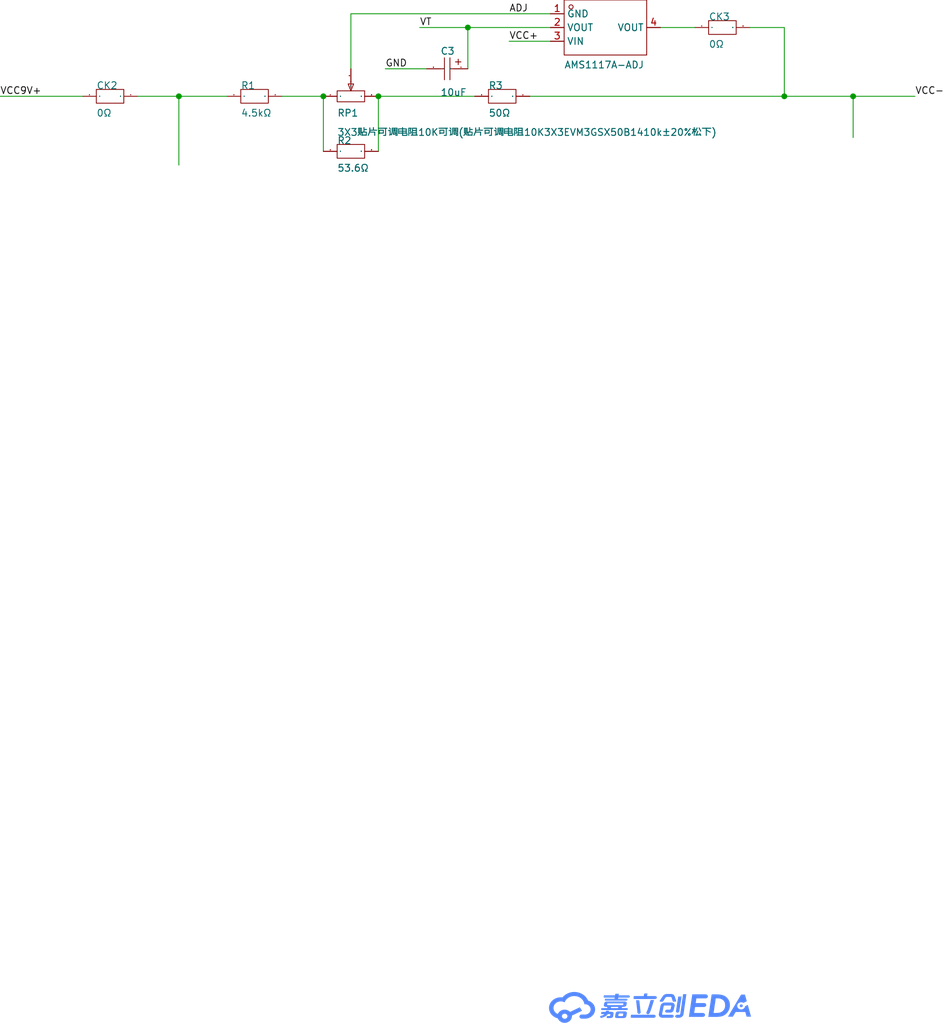
<source format=kicad_sch>
(kicad_sch
	(version 20231120)
	(generator "eeschema")
	(generator_version "8.0")
	(uuid "d1b3c46d-ab4a-4535-8a54-b58c8ba2a0a3")
	(paper "User" 174.65 188.824)
	(lib_symbols
		(symbol "Signal-blo-easyedapro:0Ω"
			(exclude_from_sim no)
			(in_bom yes)
			(on_board yes)
			(property "Reference" "U"
				(at 0 0 0)
				(effects
					(font
						(size 1.27 1.27)
					)
				)
			)
			(property "Value" ""
				(at 0 0 0)
				(effects
					(font
						(size 1.27 1.27)
					)
				)
			)
			(property "Footprint" "Signal-blo-easyedapro:R0603"
				(at 0 0 0)
				(effects
					(font
						(size 1.27 1.27)
					)
					(hide yes)
				)
			)
			(property "Datasheet" ""
				(at 0 0 0)
				(effects
					(font
						(size 1.27 1.27)
					)
					(hide yes)
				)
			)
			(property "Description" ""
				(at 0 0 0)
				(effects
					(font
						(size 1.27 1.27)
					)
					(hide yes)
				)
			)
			(property "Manufacturer Part" "0Ω"
				(at 0 0 0)
				(effects
					(font
						(size 1.27 1.27)
					)
					(hide yes)
				)
			)
			(property "Supplier Part" "C9900083234"
				(at 0 0 0)
				(effects
					(font
						(size 1.27 1.27)
					)
					(hide yes)
				)
			)
			(property "Supplier" "LCSC"
				(at 0 0 0)
				(effects
					(font
						(size 1.27 1.27)
					)
					(hide yes)
				)
			)
			(property "LCSC Part Name" "0Ω"
				(at 0 0 0)
				(effects
					(font
						(size 1.27 1.27)
					)
					(hide yes)
				)
			)
			(symbol "0Ω_1_0"
				(rectangle
					(start -2.54 -1.27)
					(end 2.54 1.27)
					(stroke
						(width 0)
						(type default)
					)
					(fill
						(type none)
					)
				)
				(pin unspecified line
					(at -5.08 0 0)
					(length 2.54)
					(name "1"
						(effects
							(font
								(size 0.0254 0.0254)
							)
						)
					)
					(number "1"
						(effects
							(font
								(size 0.0254 0.0254)
							)
						)
					)
				)
				(pin unspecified line
					(at 5.08 0 180)
					(length 2.54)
					(name "2"
						(effects
							(font
								(size 0.0254 0.0254)
							)
						)
					)
					(number "2"
						(effects
							(font
								(size 0.0254 0.0254)
							)
						)
					)
				)
			)
		)
		(symbol "Signal-blo-easyedapro:3X3贴片可调电阻10K可调(贴片可调电阻10K3X3EVM3GSX50B1410K±20%松下)"
			(exclude_from_sim no)
			(in_bom yes)
			(on_board yes)
			(property "Reference" "RP"
				(at 0 0 0)
				(effects
					(font
						(size 1.27 1.27)
					)
				)
			)
			(property "Value" ""
				(at 0 0 0)
				(effects
					(font
						(size 1.27 1.27)
					)
				)
			)
			(property "Footprint" "Signal-blo-easyedapro:RES-ADJ-SMD_3P-L3.0-W3.8-P1.75-BR"
				(at 0 0 0)
				(effects
					(font
						(size 1.27 1.27)
					)
					(hide yes)
				)
			)
			(property "Datasheet" ""
				(at 0 0 0)
				(effects
					(font
						(size 1.27 1.27)
					)
					(hide yes)
				)
			)
			(property "Description" ""
				(at 0 0 0)
				(effects
					(font
						(size 1.27 1.27)
					)
					(hide yes)
				)
			)
			(property "Manufacturer Part" "3X3贴片可调电阻10K可调(贴片可调电阻10K3X3EVM3GSX50B1410k±20%松下)"
				(at 0 0 0)
				(effects
					(font
						(size 1.27 1.27)
					)
					(hide yes)
				)
			)
			(property "Supplier Part" "C9900002171"
				(at 0 0 0)
				(effects
					(font
						(size 1.27 1.27)
					)
					(hide yes)
				)
			)
			(property "Supplier" "LCSC"
				(at 0 0 0)
				(effects
					(font
						(size 1.27 1.27)
					)
					(hide yes)
				)
			)
			(property "LCSC Part Name" "3X3贴片可调电阻10K可调(贴片可调电阻10K3X3EVM3GSX50B1410k±20%松下)"
				(at 0 0 0)
				(effects
					(font
						(size 1.27 1.27)
					)
					(hide yes)
				)
			)
			(symbol "3X3贴片可调电阻10K可调(贴片可调电阻10K3X3EVM3GSX50B1410K±20%松下)_1_0"
				(polyline
					(pts
						(xy 0 -1.016) (xy 0 0.254)
					)
					(stroke
						(width 0)
						(type default)
					)
					(fill
						(type none)
					)
				)
				(polyline
					(pts
						(xy 0 -1.524) (xy -0.508 -0.254) (xy -0.508 -0.254) (xy 0.508 -0.254) (xy 0.508 -0.254) (xy 0 -1.524)
					)
					(stroke
						(width 0)
						(type default)
					)
					(fill
						(type none)
					)
				)
				(polyline
					(pts
						(xy 2.54 -1.524) (xy -2.54 -1.524) (xy -2.54 -1.524) (xy -2.54 -3.556) (xy -2.54 -3.556) (xy 2.54 -3.556)
						(xy 2.54 -3.556) (xy 2.54 -1.524)
					)
					(stroke
						(width 0)
						(type default)
					)
					(fill
						(type none)
					)
				)
				(pin input line
					(at -5.08 -2.54 0)
					(length 2.54)
					(name "1"
						(effects
							(font
								(size 0.0254 0.0254)
							)
						)
					)
					(number "1"
						(effects
							(font
								(size 0.0254 0.0254)
							)
						)
					)
				)
				(pin input line
					(at 0 2.54 270)
					(length 2.54)
					(name "2"
						(effects
							(font
								(size 0.0254 0.0254)
							)
						)
					)
					(number "2"
						(effects
							(font
								(size 0.0254 0.0254)
							)
						)
					)
				)
				(pin input line
					(at 5.08 -2.54 180)
					(length 2.54)
					(name "3"
						(effects
							(font
								(size 0.0254 0.0254)
							)
						)
					)
					(number "3"
						(effects
							(font
								(size 0.0254 0.0254)
							)
						)
					)
				)
			)
		)
		(symbol "Signal-blo-easyedapro:AMS1117A-ADJ"
			(exclude_from_sim no)
			(in_bom yes)
			(on_board yes)
			(property "Reference" "U"
				(at 0 0 0)
				(effects
					(font
						(size 1.27 1.27)
					)
				)
			)
			(property "Value" ""
				(at 0 0 0)
				(effects
					(font
						(size 1.27 1.27)
					)
				)
			)
			(property "Footprint" "Signal-blo-easyedapro:SOT-223_L6.3-W3.5-P2.30-LS7.0-BR"
				(at 0 0 0)
				(effects
					(font
						(size 1.27 1.27)
					)
					(hide yes)
				)
			)
			(property "Datasheet" "https://atta.szlcsc.com/upload/public/pdf/source/20220408/BD3226BAC8A4B812F5CB2AD559ECEC03.pdf"
				(at 0 0 0)
				(effects
					(font
						(size 1.27 1.27)
					)
					(hide yes)
				)
			)
			(property "Description" ""
				(at 0 0 0)
				(effects
					(font
						(size 1.27 1.27)
					)
					(hide yes)
				)
			)
			(property "Manufacturer Part" "AMS1117A-ADJ"
				(at 0 0 0)
				(effects
					(font
						(size 1.27 1.27)
					)
					(hide yes)
				)
			)
			(property "Manufacturer" "HX(恒佳兴)"
				(at 0 0 0)
				(effects
					(font
						(size 1.27 1.27)
					)
					(hide yes)
				)
			)
			(property "Supplier Part" "C2984864"
				(at 0 0 0)
				(effects
					(font
						(size 1.27 1.27)
					)
					(hide yes)
				)
			)
			(property "Supplier" "LCSC"
				(at 0 0 0)
				(effects
					(font
						(size 1.27 1.27)
					)
					(hide yes)
				)
			)
			(property "LCSC Part Name" "AMS1117A-ADJ"
				(at 0 0 0)
				(effects
					(font
						(size 1.27 1.27)
					)
					(hide yes)
				)
			)
			(symbol "AMS1117A-ADJ_1_0"
				(rectangle
					(start -7.62 -5.08)
					(end 7.62 5.08)
					(stroke
						(width 0)
						(type default)
					)
					(fill
						(type none)
					)
				)
				(circle
					(center -6.35 3.81)
					(radius 0.381)
					(stroke
						(width 0)
						(type default)
					)
					(fill
						(type none)
					)
				)
				(pin unspecified line
					(at -10.16 2.54 0)
					(length 2.54)
					(name "GND"
						(effects
							(font
								(size 1.27 1.27)
							)
						)
					)
					(number "1"
						(effects
							(font
								(size 1.27 1.27)
							)
						)
					)
				)
				(pin unspecified line
					(at -10.16 0 0)
					(length 2.54)
					(name "VOUT"
						(effects
							(font
								(size 1.27 1.27)
							)
						)
					)
					(number "2"
						(effects
							(font
								(size 1.27 1.27)
							)
						)
					)
				)
				(pin unspecified line
					(at -10.16 -2.54 0)
					(length 2.54)
					(name "VIN"
						(effects
							(font
								(size 1.27 1.27)
							)
						)
					)
					(number "3"
						(effects
							(font
								(size 1.27 1.27)
							)
						)
					)
				)
				(pin unspecified line
					(at 10.16 0 180)
					(length 2.54)
					(name "VOUT"
						(effects
							(font
								(size 1.27 1.27)
							)
						)
					)
					(number "4"
						(effects
							(font
								(size 1.27 1.27)
							)
						)
					)
				)
			)
		)
		(symbol "Signal-blo-easyedapro:AR05ATB0500"
			(exclude_from_sim no)
			(in_bom yes)
			(on_board yes)
			(property "Reference" "R"
				(at 0 0 0)
				(effects
					(font
						(size 1.27 1.27)
					)
				)
			)
			(property "Value" "50Ω"
				(at 0 0 0)
				(effects
					(font
						(size 1.27 1.27)
					)
					(hide yes)
				)
			)
			(property "Footprint" "Signal-blo-easyedapro:R0805"
				(at 0 0 0)
				(effects
					(font
						(size 1.27 1.27)
					)
					(hide yes)
				)
			)
			(property "Datasheet" "https://atta.szlcsc.com/upload/public/pdf/source/20191129/C465721_10D49275DB41E427863CE9C8D788770A.pdf"
				(at 0 0 0)
				(effects
					(font
						(size 1.27 1.27)
					)
					(hide yes)
				)
			)
			(property "Description" "阻值:50Ω;精度:±0.05%;温度系数:±10ppm/°C;"
				(at 0 0 0)
				(effects
					(font
						(size 1.27 1.27)
					)
					(hide yes)
				)
			)
			(property "Manufacturer Part" "AR05ATB0500"
				(at 0 0 0)
				(effects
					(font
						(size 1.27 1.27)
					)
					(hide yes)
				)
			)
			(property "Manufacturer" "Viking(光颉)"
				(at 0 0 0)
				(effects
					(font
						(size 1.27 1.27)
					)
					(hide yes)
				)
			)
			(property "Supplier Part" "C3015189"
				(at 0 0 0)
				(effects
					(font
						(size 1.27 1.27)
					)
					(hide yes)
				)
			)
			(property "Supplier" "LCSC"
				(at 0 0 0)
				(effects
					(font
						(size 1.27 1.27)
					)
					(hide yes)
				)
			)
			(property "LCSC Part Name" "50Ω ±0.05%"
				(at 0 0 0)
				(effects
					(font
						(size 1.27 1.27)
					)
					(hide yes)
				)
			)
			(symbol "AR05ATB0500_1_0"
				(rectangle
					(start -2.54 1.27)
					(end 2.54 -1.27)
					(stroke
						(width 0)
						(type default)
					)
					(fill
						(type none)
					)
				)
				(pin unspecified line
					(at -5.08 0 0)
					(length 2.54)
					(name "1"
						(effects
							(font
								(size 0.0254 0.0254)
							)
						)
					)
					(number "1"
						(effects
							(font
								(size 0.0254 0.0254)
							)
						)
					)
				)
				(pin unspecified line
					(at 5.08 0 180)
					(length 2.54)
					(name "2"
						(effects
							(font
								(size 0.0254 0.0254)
							)
						)
					)
					(number "2"
						(effects
							(font
								(size 0.0254 0.0254)
							)
						)
					)
				)
			)
		)
		(symbol "Signal-blo-easyedapro:Drawing-Symbol_A4"
			(exclude_from_sim no)
			(in_bom yes)
			(on_board yes)
			(property "Reference" ""
				(at 0 0 0)
				(effects
					(font
						(size 1.27 1.27)
					)
				)
			)
			(property "Value" ""
				(at 0 0 0)
				(effects
					(font
						(size 1.27 1.27)
					)
				)
			)
			(property "Footprint" "Signal-blo-easyedapro:"
				(at 0 0 0)
				(effects
					(font
						(size 1.27 1.27)
					)
					(hide yes)
				)
			)
			(property "Datasheet" ""
				(at 0 0 0)
				(effects
					(font
						(size 1.27 1.27)
					)
					(hide yes)
				)
			)
			(property "Description" ""
				(at 0 0 0)
				(effects
					(font
						(size 1.27 1.27)
					)
					(hide yes)
				)
			)
			(symbol "Drawing-Symbol_A4_0_0"
				(polyline
					(pts
						(xy 146.9783 10.146) (xy 146.976 10.1327) (xy 146.973 10.1197) (xy 146.9695 10.1069) (xy 146.9653 10.0944)
						(xy 146.9605 10.082) (xy 146.9552 10.07) (xy 146.9493 10.0583) (xy 146.9428 10.0468) (xy 146.9358 10.0356)
						(xy 146.9283 10.0248) (xy 146.9203 10.0143) (xy 146.9118 10.0042) (xy 146.9029 9.9944) (xy 146.8935 9.985)
						(xy 146.8836 9.976) (xy 146.8733 9.9673) (xy 146.8627 9.9591) (xy 146.8516 9.9514) (xy 146.8402 9.9441)
						(xy 146.8284 9.9372) (xy 146.8163 9.9308) (xy 146.8038 9.9249) (xy 146.7911 9.9195) (xy 146.778 9.9146)
						(xy 146.7647 9.9102) (xy 146.7511 9.9064) (xy 146.7373 9.9031) (xy 146.7233 9.9004) (xy 146.709 9.8983)
						(xy 146.6945 9.8967) (xy 146.6799 9.8958) (xy 146.6651 9.8955) (xy 146.6547 9.8955) (xy 146.6398 9.8959)
						(xy 146.625 9.897) (xy 146.6102 9.899) (xy 146.5956 9.9016) (xy 146.5811 9.905) (xy 146.5668 9.9091)
						(xy 146.5528 9.9138) (xy 146.5391 9.9192) (xy 146.5256 9.9252) (xy 146.5125 9.9318) (xy 146.4999 9.939)
						(xy 146.4876 9.9467) (xy 146.4758 9.955) (xy 146.4646 9.9638) (xy 146.4539 9.973) (xy 146.4438 9.9828)
						(xy 146.434 9.9933) (xy 146.4249 10.0043) (xy 146.4166 10.0158) (xy 146.4089 10.0275) (xy 146.402 10.0397)
						(xy 146.3958 10.0521) (xy 146.3904 10.0648) (xy 146.3856 10.0777) (xy 146.3816 10.0907) (xy 146.3782 10.1039)
						(xy 146.3756 10.1173) (xy 146.3736 10.1306) (xy 146.3724 10.144) (xy 146.3718 10.1574) (xy 146.372 10.1707)
						(xy 146.3728 10.1839) (xy 146.7925 12.8714) (xy 147.4021 12.8714) (xy 146.9783 10.146)
					)
					(stroke
						(width -0.0001)
						(type solid)
					)
					(fill
						(type color)
						(color 85 136 255 1)
					)
				)
				(polyline
					(pts
						(xy 142.3185 12.2147) (xy 142.3164 12.209) (xy 142.2175 11.9012) (xy 142.1192 11.5812) (xy 141.9194 10.9313)
						(xy 141.8159 10.6145) (xy 141.7083 10.3119) (xy 141.5958 10.0302) (xy 141.5373 9.8992) (xy 141.4771 9.7759)
						(xy 141.4663 9.7575) (xy 141.4542 9.7399) (xy 141.4409 9.7233) (xy 141.4266 9.7077) (xy 141.4112 9.693)
						(xy 141.3948 9.6794) (xy 141.3775 9.667) (xy 141.3594 9.6556) (xy 141.3405 9.6454) (xy 141.321 9.6365)
						(xy 141.3008 9.6288) (xy 141.2801 9.6224) (xy 141.2589 9.6174) (xy 141.2373 9.6137) (xy 141.2154 9.6115)
						(xy 141.1932 9.6108) (xy 141.1838 9.6109) (xy 141.1744 9.6115) (xy 141.165 9.6123) (xy 141.1556 9.6134)
						(xy 141.1462 9.6148) (xy 141.1368 9.6164) (xy 141.1274 9.6182) (xy 141.118 9.6203) (xy 141.0867 9.6279)
						(xy 141.0732 9.6328) (xy 141.0602 9.6382) (xy 141.0476 9.6442) (xy 141.0355 9.6508) (xy 141.0239 9.6578)
						(xy 141.0127 9.6653) (xy 141.0021 9.6733) (xy 140.992 9.6817) (xy 140.9823 9.6905) (xy 140.9732 9.6998)
						(xy 140.9647 9.7094) (xy 140.9566 9.7194) (xy 140.9492 9.7297) (xy 140.9422 9.7404) (xy 140.9359 9.7514)
						(xy 140.9301 9.7626) (xy 140.9242 9.7755) (xy 140.9192 9.7886) (xy 140.9148 9.8019) (xy 140.9113 9.8153)
						(xy 140.9086 9.8289) (xy 140.9066 9.8425) (xy 140.9055 9.8561) (xy 140.9051 9.8698) (xy 140.9055 9.8835)
						(xy 140.9066 9.8972) (xy 140.9086 9.9108) (xy 140.9113 9.9243) (xy 140.9148 9.9378) (xy 140.9192 9.951)
						(xy 140.9242 9.9642) (xy 140.9301 9.9771) (xy 140.9842 10.088) (xy 141.0368 10.2068) (xy 141.1382 10.4644)
						(xy 141.2355 10.7434) (xy 141.3297 11.0373) (xy 141.5129 11.6433) (xy 141.604 11.9423) (xy 141.6963 12.2299)
						(xy 142.3226 12.2299) (xy 142.3185 12.2147)
					)
					(stroke
						(width -0.0001)
						(type solid)
					)
					(fill
						(type color)
						(color 85 136 255 1)
					)
				)
				(polyline
					(pts
						(xy 139.8445 9.9733) (xy 139.8455 9.9609) (xy 139.8459 9.9485) (xy 139.8456 9.9362) (xy 139.8447 9.9241)
						(xy 139.8432 9.912) (xy 139.841 9.9001) (xy 139.8383 9.8883) (xy 139.835 9.8766) (xy 139.8311 9.8652)
						(xy 139.8266 9.8539) (xy 139.8216 9.8428) (xy 139.816 9.8319) (xy 139.8099 9.8213) (xy 139.8033 9.8109)
						(xy 139.7962 9.8007) (xy 139.7886 9.7908) (xy 139.7806 9.7812) (xy 139.7721 9.7719) (xy 139.7631 9.763)
						(xy 139.7536 9.7543) (xy 139.7438 9.746) (xy 139.7335 9.738) (xy 139.7229 9.7304) (xy 139.7118 9.7232)
						(xy 139.7004 9.7164) (xy 139.6885 9.71) (xy 139.6764 9.704) (xy 139.6639 9.6985) (xy 139.651 9.6934)
						(xy 139.6379 9.6888) (xy 139.6244 9.6846) (xy 139.6107 9.681) (xy 139.6044 9.6791) (xy 139.5966 9.6778)
						(xy 139.5888 9.6766) (xy 139.5809 9.6756) (xy 139.5731 9.6748) (xy 139.5653 9.6742) (xy 139.5574 9.6738)
						(xy 139.5496 9.6735) (xy 139.5418 9.6734) (xy 139.5287 9.6736) (xy 139.5159 9.6744) (xy 139.5032 9.6756)
						(xy 139.4907 9.6772) (xy 139.4784 9.6794) (xy 139.4664 9.6819) (xy 139.4546 9.6849) (xy 139.443 9.6884)
						(xy 139.4316 9.6922) (xy 139.4206 9.6965) (xy 139.4098 9.7012) (xy 139.3993 9.7063) (xy 139.3891 9.7118)
						(xy 139.3792 9.7177) (xy 139.3696 9.724) (xy 139.3604 9.7306) (xy 139.3515 9.7376) (xy 139.343 9.7449)
						(xy 139.3349 9.7526) (xy 139.3271 9.7606) (xy 139.3197 9.769) (xy 139.3128 9.7776) (xy 139.3063 9.7866)
						(xy 139.3002 9.7959) (xy 139.2945 9.8055) (xy 139.2893 9.8154) (xy 139.2846 9.8255) (xy 139.2803 9.836)
						(xy 139.2765 9.8467) (xy 139.2733 9.8576) (xy 139.2705 9.8688) (xy 139.2683 9.8803) (xy 139.2683 9.8898)
						(xy 139.0011 12.1844) (xy 139.0011 12.1863) (xy 139.5919 12.1863) (xy 139.8445 9.9733)
					)
					(stroke
						(width -0.0001)
						(type solid)
					)
					(fill
						(type color)
						(color 85 136 255 1)
					)
				)
				(polyline
					(pts
						(xy 142.3562 9.5079) (xy 142.3709 9.5068) (xy 142.3853 9.505) (xy 142.3996 9.5024) (xy 142.4136 9.4992)
						(xy 142.4275 9.4953) (xy 142.4411 9.4907) (xy 142.4544 9.4855) (xy 142.4675 9.4797) (xy 142.4803 9.4733)
						(xy 142.4928 9.4662) (xy 142.5049 9.4586) (xy 142.5168 9.4505) (xy 142.5283 9.4418) (xy 142.5394 9.4326)
						(xy 142.5502 9.4229) (xy 142.5597 9.4123) (xy 142.5685 9.4014) (xy 142.5766 9.39) (xy 142.5841 9.3783)
						(xy 142.5909 9.3662) (xy 142.597 9.3538) (xy 142.6024 9.3412) (xy 142.6071 9.3282) (xy 142.611 9.315)
						(xy 142.6142 9.3016) (xy 142.6166 9.288) (xy 142.6183 9.2742) (xy 142.6192 9.2603) (xy 142.6193 9.2462)
						(xy 142.6185 9.2321) (xy 142.617 9.2179) (xy 142.6149 9.2046) (xy 142.6126 9.1915) (xy 142.6097 9.1787)
						(xy 142.6061 9.166) (xy 142.6019 9.1535) (xy 142.5971 9.1413) (xy 142.5917 9.1293) (xy 142.5858 9.1176)
						(xy 142.5793 9.1062) (xy 142.5722 9.0951) (xy 142.5647 9.0843) (xy 142.5567 9.0738) (xy 142.5482 9.0636)
						(xy 142.5392 9.0538) (xy 142.5298 9.0444) (xy 142.52 9.0353) (xy 142.5097 9.0267) (xy 142.4991 9.0184)
						(xy 142.4882 9.0106) (xy 142.4768 9.0032) (xy 142.4652 8.9963) (xy 142.4532 8.9899) (xy 142.4409 8.9839)
						(xy 142.4284 8.9784) (xy 142.4156 8.9735) (xy 142.4025 8.9691) (xy 142.3892 8.9652) (xy 142.3758 8.9618)
						(xy 142.3621 8.9591) (xy 142.3483 8.9569) (xy 142.3343 8.9554) (xy 142.3202 8.9544) (xy 142.3059 8.9541)
						(xy 138.1576 8.9541) (xy 138.1502 8.9543) (xy 138.143 8.9548) (xy 138.1358 8.9556) (xy 138.1288 8.9567)
						(xy 138.122 8.9582) (xy 138.1152 8.96) (xy 138.1087 8.962) (xy 138.1023 8.9643) (xy 138.0961 8.9669)
						(xy 138.09 8.9698) (xy 138.0842 8.9729) (xy 138.0785 8.9763) (xy 138.073 8.9799) (xy 138.0678 8.9837)
						(xy 138.0627 8.9878) (xy 138.0579 8.992) (xy 138.0533 8.9965) (xy 138.049 9.0012) (xy 138.0449 9.006)
						(xy 138.0411 9.011) (xy 138.0375 9.0162) (xy 138.0342 9.0215) (xy 138.0312 9.0269) (xy 138.0284 9.0326)
						(xy 138.026 9.0383) (xy 138.0238 9.0441) (xy 138.022 9.0501) (xy 138.0205 9.0562) (xy 138.0193 9.0623)
						(xy 138.0184 9.0686) (xy 138.0179 9.0749) (xy 138.0177 9.0812) (xy 138.0177 9.0831) (xy 138.0156 9.0831)
						(xy 138.0595 9.5083) (xy 142.3414 9.5083) (xy 142.3562 9.5079)
					)
					(stroke
						(width -0.0001)
						(type solid)
					)
					(fill
						(type color)
						(color 85 136 255 1)
					)
				)
				(polyline
					(pts
						(xy 159.4399 12.0041) (xy 158.8178 11.6928) (xy 158.7955 11.7067) (xy 158.7727 11.7197) (xy 158.7492 11.732)
						(xy 158.7252 11.7435) (xy 158.7007 11.7542) (xy 158.6757 11.764) (xy 158.6501 11.773) (xy 158.6241 11.7811)
						(xy 158.5977 11.7883) (xy 158.5708 11.7946) (xy 158.5436 11.7999) (xy 158.5159 11.8044) (xy 158.488 11.8078)
						(xy 158.4597 11.8103) (xy 158.4311 11.8119) (xy 158.4023 11.8124) (xy 158.3649 11.8115) (xy 158.3281 11.809)
						(xy 158.2917 11.8048) (xy 158.256 11.7989) (xy 158.2209 11.7916) (xy 158.1864 11.7826) (xy 158.1527 11.7723)
						(xy 158.1197 11.7604) (xy 158.0875 11.7472) (xy 158.0562 11.7326) (xy 158.0257 11.7167) (xy 157.9963 11.6995)
						(xy 157.9678 11.681) (xy 157.9403 11.6614) (xy 157.914 11.6407) (xy 157.8887 11.6188) (xy 157.8647 11.5958)
						(xy 157.8418 11.5719) (xy 157.8202 11.5469) (xy 157.8 11.521) (xy 157.781 11.4942) (xy 157.7635 11.4666)
						(xy 157.7475 11.4381) (xy 157.7329 11.4088) (xy 157.7199 11.3788) (xy 157.7085 11.3482) (xy 157.6987 11.3168)
						(xy 157.6905 11.2849) (xy 157.6842 11.2524) (xy 157.6795 11.2194) (xy 157.6767 11.1858) (xy 157.6758 11.1519)
						(xy 157.6767 11.1179) (xy 157.6795 11.0844) (xy 157.6842 11.0514) (xy 157.6905 11.0189) (xy 157.6987 10.987)
						(xy 157.7085 10.9556) (xy 157.7199 10.9249) (xy 157.7329 10.895) (xy 157.7475 10.8657) (xy 157.7635 10.8372)
						(xy 157.781 10.8096) (xy 157.8 10.7828) (xy 157.8202 10.7569) (xy 157.8418 10.7319) (xy 157.8647 10.7079)
						(xy 157.8887 10.685) (xy 157.914 10.6631) (xy 157.9403 10.6424) (xy 157.9678 10.6227) (xy 157.9963 10.6043)
						(xy 158.0257 10.5871) (xy 158.0562 10.5712) (xy 158.0875 10.5566) (xy 158.1197 10.5434) (xy 158.1527 10.5315)
						(xy 158.1864 10.5211) (xy 158.2209 10.5122) (xy 158.256 10.5048) (xy 158.2917 10.499) (xy 158.3281 10.4948)
						(xy 158.3649 10.4923) (xy 158.4023 10.4914) (xy 158.4371 10.4922) (xy 158.4715 10.4944) (xy 158.5055 10.4981)
						(xy 158.5389 10.5031) (xy 158.5718 10.5096) (xy 158.6042 10.5174) (xy 158.6359 10.5265) (xy 158.6669 10.5369)
						(xy 158.6973 10.5485) (xy 158.727 10.5613) (xy 158.7559 10.5753) (xy 158.7841 10.5904) (xy 158.8114 10.6066)
						(xy 158.8378 10.6239) (xy 158.8634 10.6422) (xy 158.888 10.6615) (xy 158.9116 10.6818) (xy 158.9342 10.703)
						(xy 158.9558 10.7251) (xy 158.9763 10.748) (xy 158.9957 10.7718) (xy 159.0139 10.7964) (xy 159.0309 10.8217)
						(xy 159.0467 10.8477) (xy 159.0613 10.8744) (xy 159.0745 10.9018) (xy 159.0864 10.9298) (xy 159.097 10.9584)
						(xy 159.1061 10.9875) (xy 159.1138 11.0172) (xy 159.12 11.0473) (xy 159.1247 11.0779) (xy 159.6257 11.3284)
						(xy 160.2249 9.1534) (xy 159.4065 9.1534) (xy 159.1685 10.0207) (xy 157.3877 10.0207) (xy 156.8783 9.1534)
						(xy 155.9701 9.1534) (xy 158.394 13.232) (xy 159.1038 13.232) (xy 159.4399 12.0041)
					)
					(stroke
						(width -0.0001)
						(type solid)
					)
					(fill
						(type color)
						(color 85 136 255 1)
					)
				)
				(polyline
					(pts
						(xy 158.4338 11.4201) (xy 158.4481 11.419) (xy 158.4622 11.4172) (xy 158.476 11.4148) (xy 158.4896 11.4118)
						(xy 158.5029 11.4082) (xy 158.516 11.4041) (xy 158.5287 11.3994) (xy 158.5412 11.3941) (xy 158.5532 11.3883)
						(xy 158.565 11.3821) (xy 158.5763 11.3753) (xy 158.5873 11.368) (xy 158.5979 11.3603) (xy 158.608 11.3522)
						(xy 158.6177 11.3436) (xy 158.6269 11.3346) (xy 158.6357 11.3252) (xy 158.6439 11.3155) (xy 158.6516 11.3053)
						(xy 158.6589 11.2949) (xy 158.6655 11.2841) (xy 158.6716 11.273) (xy 158.6771 11.2616) (xy 158.682 11.2499)
						(xy 158.6863 11.2379) (xy 158.69 11.2258) (xy 158.693 11.2133) (xy 158.6953 11.2007) (xy 158.6969 11.1878)
						(xy 158.6979 11.1748) (xy 158.6981 11.1616) (xy 158.6976 11.1485) (xy 158.6963 11.1355) (xy 158.6944 11.1227)
						(xy 158.6918 11.1101) (xy 158.6885 11.0977) (xy 158.6845 11.0856) (xy 158.68 11.0737) (xy 158.6748 11.0621)
						(xy 158.669 11.0508) (xy 158.6627 11.0398) (xy 158.6557 11.0292) (xy 158.6483 11.0189) (xy 158.6403 11.0089)
						(xy 158.6318 10.9993) (xy 158.6229 10.9901) (xy 158.6134 10.9813) (xy 158.6035 10.9729) (xy 158.5932 10.9649)
						(xy 158.5825 10.9574) (xy 158.5714 10.9504) (xy 158.5598 10.9438) (xy 158.548 10.9378) (xy 158.5358 10.9322)
						(xy 158.5232 10.9272) (xy 158.5104 10.9228) (xy 158.4972 10.9189) (xy 158.4838 10.9156) (xy 158.4701 10.9128)
						(xy 158.4562 10.9107) (xy 158.4421 10.9092) (xy 158.4278 10.9084) (xy 158.4133 10.9082) (xy 158.3988 10.9086)
						(xy 158.3845 10.9098) (xy 158.3704 10.9115) (xy 158.3565 10.9139) (xy 158.3429 10.9169) (xy 158.3296 10.9205)
						(xy 158.3166 10.9247) (xy 158.3038 10.9294) (xy 158.2914 10.9346) (xy 158.2793 10.9404) (xy 158.2676 10.9467)
						(xy 158.2562 10.9534) (xy 158.2453 10.9607) (xy 158.2347 10.9684) (xy 158.2246 10.9766) (xy 158.2149 10.9851)
						(xy 158.2057 10.9941) (xy 158.1969 11.0035) (xy 158.1887 11.0133) (xy 158.1809 11.0234) (xy 158.1737 11.0338)
						(xy 158.1671 11.0446) (xy 158.161 11.0557) (xy 158.1554 11.0672) (xy 158.1505 11.0788) (xy 158.1462 11.0908)
						(xy 158.1426 11.103) (xy 158.1396 11.1154) (xy 158.1373 11.128) (xy 158.1356 11.1409) (xy 158.1347 11.1539)
						(xy 158.1345 11.1671) (xy 158.135 11.1803) (xy 158.1362 11.1933) (xy 158.1382 11.2061) (xy 158.1408 11.2187)
						(xy 158.1441 11.231) (xy 158.148 11.2432) (xy 158.1526 11.255) (xy 158.1578 11.2666) (xy 158.1636 11.2779)
						(xy 158.1699 11.2889) (xy 158.1768 11.2995) (xy 158.1843 11.3099) (xy 158.1922 11.3198) (xy 158.2007 11.3294)
						(xy 158.2097 11.3386) (xy 158.2191 11.3474) (xy 158.229 11.3558) (xy 158.2393 11.3638) (xy 158.2501 11.3713)
						(xy 158.2612 11.3783) (xy 158.2727 11.3849) (xy 158.2846 11.3909) (xy 158.2968 11.3965) (xy 158.3093 11.4015)
						(xy 158.3222 11.4059) (xy 158.3353 11.4099) (xy 158.3488 11.4132) (xy 158.3624 11.4159) (xy 158.3763 11.418)
						(xy 158.3905 11.4195) (xy 158.4048 11.4204) (xy 158.4193 11.4206) (xy 158.4338 11.4201)
					)
					(stroke
						(width -0.0001)
						(type solid)
					)
					(fill
						(type color)
						(color 85 136 255 1)
					)
				)
				(polyline
					(pts
						(xy 147.7653 9.6354) (xy 147.7561 9.5831) (xy 147.7432 9.532) (xy 147.7269 9.4824) (xy 147.7072 9.4344)
						(xy 147.6842 9.388) (xy 147.6581 9.3433) (xy 147.6288 9.3005) (xy 147.5965 9.2597) (xy 147.5613 9.2208)
						(xy 147.5233 9.1842) (xy 147.4825 9.1497) (xy 147.4392 9.1177) (xy 147.3933 9.088) (xy 147.3449 9.0609)
						(xy 147.2942 9.0365) (xy 147.2413 9.0148) (xy 147.2236 9.0073) (xy 147.2058 9.0002) (xy 147.1878 8.9937)
						(xy 147.1696 8.9877) (xy 147.1512 8.9822) (xy 147.1326 8.9773) (xy 147.1139 8.9728) (xy 147.0949 8.9688)
						(xy 147.0757 8.9653) (xy 147.0563 8.9623) (xy 147.0366 8.9598) (xy 147.0167 8.9577) (xy 146.9966 8.9561)
						(xy 146.9761 8.955) (xy 146.9554 8.9543) (xy 146.9344 8.9541) (xy 146.519 8.9541) (xy 146.5041 8.9545)
						(xy 146.4893 8.9557) (xy 146.4745 8.9576) (xy 146.4599 8.9603) (xy 146.4454 8.9636) (xy 146.4311 8.9677)
						(xy 146.4171 8.9724) (xy 146.4034 8.9778) (xy 146.3899 8.9838) (xy 146.3768 8.9904) (xy 146.3642 8.9976)
						(xy 146.3519 9.0053) (xy 146.3401 9.0136) (xy 146.3289 9.0224) (xy 146.3182 9.0317) (xy 146.3081 9.0414)
						(xy 146.2986 9.0519) (xy 146.2898 9.0628) (xy 146.2817 9.0741) (xy 146.2742 9.0857) (xy 146.2674 9.0976)
						(xy 146.2613 9.1098) (xy 146.2559 9.1223) (xy 146.2512 9.1351) (xy 146.2473 9.1481) (xy 146.2441 9.1614)
						(xy 146.2416 9.1748) (xy 146.24 9.1885) (xy 146.2391 9.2023) (xy 146.239 9.2162) (xy 146.2397 9.2303)
						(xy 146.2413 9.2445) (xy 146.2434 9.254) (xy 146.2457 9.267) (xy 146.2486 9.2799) (xy 146.2523 9.2926)
						(xy 146.2565 9.305) (xy 146.2613 9.3173) (xy 146.2668 9.3292) (xy 146.2728 9.3409) (xy 146.2794 9.3524)
						(xy 146.2865 9.3635) (xy 146.2941 9.3743) (xy 146.3023 9.3848) (xy 146.3109 9.3949) (xy 146.32 9.4047)
						(xy 146.3295 9.4142) (xy 146.3395 9.4232) (xy 146.3499 9.4319) (xy 146.3606 9.4401) (xy 146.3717 9.448)
						(xy 146.3832 9.4553) (xy 146.3951 9.4622) (xy 146.4072 9.4687) (xy 146.4197 9.4747) (xy 146.4324 9.4801)
						(xy 146.4454 9.4851) (xy 146.4586 9.4895) (xy 146.4721 9.4934) (xy 146.4857 9.4967) (xy 146.4996 9.4995)
						(xy 146.5136 9.5016) (xy 146.5278 9.5032) (xy 146.5421 9.5042) (xy 146.5565 9.5045) (xy 146.972 9.5045)
						(xy 146.9813 9.5047) (xy 146.9903 9.5052) (xy 146.9991 9.5061) (xy 147.0077 9.5074) (xy 147.0162 9.509)
						(xy 147.0244 9.511) (xy 147.0325 9.5134) (xy 147.0404 9.5161) (xy 147.0481 9.5192) (xy 147.0557 9.5227)
						(xy 147.0632 9.5266) (xy 147.0706 9.5309) (xy 147.0779 9.5356) (xy 147.0851 9.5406) (xy 147.0923 9.5461)
						(xy 147.0993 9.5519) (xy 147.1066 9.5591) (xy 147.1135 9.5665) (xy 147.1201 9.574) (xy 147.1263 9.5816)
						(xy 147.1321 9.5894) (xy 147.1376 9.5972) (xy 147.1427 9.6052) (xy 147.1474 9.6131) (xy 147.1517 9.6212)
						(xy 147.1556 9.6292) (xy 147.1591 9.6373) (xy 147.1622 9.6453) (xy 147.1649 9.6534) (xy 147.1671 9.6614)
						(xy 147.1689 9.6693) (xy 147.1703 9.6772) (xy 147.686 13.3098) (xy 148.2893 13.3098) (xy 147.7653 9.6354)
					)
					(stroke
						(width -0.0001)
						(type solid)
					)
					(fill
						(type color)
						(color 85 136 255 1)
					)
				)
				(polyline
					(pts
						(xy 141.0303 12.9587) (xy 142.5439 12.9587) (xy 142.5599 12.9584) (xy 142.5756 12.9573) (xy 142.5911 12.9555)
						(xy 142.6063 12.9531) (xy 142.6212 12.9499) (xy 142.6358 12.946) (xy 142.6501 12.9414) (xy 142.664 12.9362)
						(xy 142.6775 12.9302) (xy 142.6906 12.9236) (xy 142.7032 12.9163) (xy 142.7154 12.9083) (xy 142.7271 12.8996)
						(xy 142.7382 12.8902) (xy 142.7489 12.8802) (xy 142.759 12.8695) (xy 142.7684 12.859) (xy 142.7772 12.8481)
						(xy 142.7852 12.8368) (xy 142.7926 12.8252) (xy 142.7992 12.8133) (xy 142.8051 12.801) (xy 142.8103 12.7884)
						(xy 142.8148 12.7756) (xy 142.8185 12.7625) (xy 142.8216 12.7491) (xy 142.8238 12.7355) (xy 142.8253 12.7217)
						(xy 142.8261 12.7076) (xy 142.826 12.6934) (xy 142.8252 12.6791) (xy 142.8237 12.6645) (xy 142.8237 12.6607)
						(xy 142.8214 12.6477) (xy 142.8185 12.6348) (xy 142.8149 12.6222) (xy 142.8107 12.6098) (xy 142.806 12.5977)
						(xy 142.8006 12.5858) (xy 142.7947 12.5742) (xy 142.7883 12.5629) (xy 142.7813 12.552) (xy 142.7738 12.5413)
						(xy 142.7657 12.531) (xy 142.7573 12.521) (xy 142.7483 12.5113) (xy 142.7389 12.5021) (xy 142.729 12.4932)
						(xy 142.7188 12.4847) (xy 142.7081 12.4766) (xy 142.697 12.469) (xy 142.6856 12.4618) (xy 142.6738 12.4551)
						(xy 142.6617 12.4488) (xy 142.6493 12.443) (xy 142.6365 12.4376) (xy 142.6235 12.4328) (xy 142.6101 12.4285)
						(xy 142.5965 12.4248) (xy 142.5827 12.4215) (xy 142.5687 12.4189) (xy 142.5544 12.4168) (xy 142.54 12.4152)
						(xy 142.5253 12.4143) (xy 142.5105 12.414) (xy 138.6733 12.414) (xy 138.6733 12.4159) (xy 138.6661 12.4163)
						(xy 138.659 12.4169) (xy 138.652 12.4179) (xy 138.6452 12.4191) (xy 138.6385 12.4207) (xy 138.6319 12.4225)
						(xy 138.6254 12.4246) (xy 138.6192 12.427) (xy 138.613 12.4296) (xy 138.6071 12.4325) (xy 138.6013 12.4356)
						(xy 138.5957 12.439) (xy 138.5903 12.4426) (xy 138.5852 12.4464) (xy 138.5802 12.4504) (xy 138.5754 12.4546)
						(xy 138.5709 12.459) (xy 138.5666 12.4636) (xy 138.5625 12.4684) (xy 138.5587 12.4733) (xy 138.5552 12.4784)
						(xy 138.5519 12.4837) (xy 138.5489 12.4891) (xy 138.5462 12.4946) (xy 138.5437 12.5003) (xy 138.5416 12.5061)
						(xy 138.5398 12.512) (xy 138.5382 12.5181) (xy 138.5371 12.5242) (xy 138.5362 12.5304) (xy 138.5357 12.5367)
						(xy 138.5355 12.5431) (xy 138.5355 12.5499) (xy 138.5356 12.5531) (xy 138.5358 12.5561) (xy 138.536 12.5591)
						(xy 138.5362 12.5606) (xy 138.5364 12.562) (xy 138.5366 12.5635) (xy 138.5369 12.5649) (xy 138.5372 12.5663)
						(xy 138.5376 12.5677) (xy 138.5772 12.9568) (xy 140.4228 12.9587) (xy 140.4917 13.325) (xy 140.4926 13.331)
						(xy 140.4938 13.3369) (xy 140.4953 13.3427) (xy 140.4971 13.3484) (xy 140.4991 13.3539) (xy 140.5014 13.3593)
						(xy 140.5039 13.3646) (xy 140.5067 13.3697) (xy 140.5097 13.3747) (xy 140.513 13.3796) (xy 140.5165 13.3843)
						(xy 140.5201 13.3888) (xy 140.524 13.3932) (xy 140.5281 13.3974) (xy 140.5324 13.4014) (xy 140.5368 13.4052)
						(xy 140.5415 13.4089) (xy 140.5463 13.4123) (xy 140.5513 13.4155) (xy 140.5564 13.4186) (xy 140.5617 13.4214)
						(xy 140.5671 13.424) (xy 140.5726 13.4264) (xy 140.5783 13.4286) (xy 140.5841 13.4305) (xy 140.59 13.4322)
						(xy 140.596 13.4336) (xy 140.6021 13.4348) (xy 140.6083 13.4358) (xy 140.6146 13.4365) (xy 140.621 13.4369)
						(xy 140.6274 13.437) (xy 141.1097 13.437) (xy 141.0303 12.9587)
					)
					(stroke
						(width -0.0001)
						(type solid)
					)
					(fill
						(type color)
						(color 85 136 255 1)
					)
				)
				(polyline
					(pts
						(xy 133.9675 10.0549) (xy 134.4623 10.0549) (xy 134.4906 10.0545) (xy 134.5177 10.0533) (xy 134.5438 10.0514)
						(xy 134.5687 10.0486) (xy 134.5926 10.0451) (xy 134.6154 10.0408) (xy 134.6372 10.0357) (xy 134.6578 10.0297)
						(xy 134.6774 10.023) (xy 134.6959 10.0155) (xy 134.7134 10.0072) (xy 134.7298 9.998) (xy 134.7451 9.9881)
						(xy 134.7593 9.9773) (xy 134.7725 9.9657) (xy 134.7846 9.9533) (xy 134.7957 9.9401) (xy 134.8057 9.9261)
						(xy 134.8147 9.9112) (xy 134.8226 9.8955) (xy 134.8294 9.8789) (xy 134.8352 9.8616) (xy 134.84 9.8433)
						(xy 134.8437 9.8243) (xy 134.8464 9.8044) (xy 134.848 9.7836) (xy 134.8486 9.762) (xy 134.8482 9.7396)
						(xy 134.8467 9.7162) (xy 134.8442 9.6921) (xy 134.8406 9.667) (xy 134.836 9.6411) (xy 134.7692 9.2881)
						(xy 134.7663 9.2625) (xy 134.7626 9.2379) (xy 134.758 9.2143) (xy 134.7527 9.1918) (xy 134.7465 9.1702)
						(xy 134.7394 9.1496) (xy 134.7315 9.1299) (xy 134.7228 9.1112) (xy 134.7131 9.0934) (xy 134.7026 9.0765)
						(xy 134.6912 9.0605) (xy 134.6788 9.0454) (xy 134.6655 9.0311) (xy 134.6513 9.0177) (xy 134.6361 9.0051)
						(xy 134.62 8.9932) (xy 134.6028 8.9822) (xy 134.5847 8.9719) (xy 134.5656 8.9624) (xy 134.5455 8.9536)
						(xy 134.5243 8.9455) (xy 134.5021 8.9381) (xy 134.4788 8.9314) (xy 134.4545 8.9254) (xy 134.4291 8.92)
						(xy 134.4026 8.9153) (xy 134.3463 8.9076) (xy 134.2856 8.9022) (xy 134.2202 8.899) (xy 133.5938 8.899)
						(xy 133.5938 9.2634) (xy 133.9822 9.2634) (xy 134.0112 9.264) (xy 134.0381 9.2657) (xy 134.063 9.2685)
						(xy 134.086 9.2723) (xy 134.107 9.2771) (xy 134.1262 9.2829) (xy 134.1438 9.2896) (xy 134.1596 9.2971)
						(xy 134.1739 9.3056) (xy 134.1867 9.3148) (xy 134.1981 9.3248) (xy 134.2082 9.3355) (xy 134.2171 9.3469)
						(xy 134.2247 9.359) (xy 134.2313 9.3717) (xy 134.2369 9.3849) (xy 134.264 9.495) (xy 134.2663 9.5039)
						(xy 134.268 9.5126) (xy 134.2692 9.521) (xy 134.2698 9.5291) (xy 134.2698 9.5369) (xy 134.2694 9.5444)
						(xy 134.2683 9.5517) (xy 134.2667 9.5587) (xy 134.2646 9.5654) (xy 134.2619 9.5718) (xy 134.2587 9.5779)
						(xy 134.2549 9.5838) (xy 134.2506 9.5893) (xy 134.2457 9.5946) (xy 134.2402 9.5996) (xy 134.2343 9.6044)
						(xy 134.2277 9.6088) (xy 134.2206 9.613) (xy 134.213 9.6168) (xy 134.2048 9.6204) (xy 134.1961 9.6237)
						(xy 134.1868 9.6267) (xy 134.1769 9.6295) (xy 134.1665 9.6319) (xy 134.1556 9.6341) (xy 134.1441 9.6359)
						(xy 134.1321 9.6375) (xy 134.1195 9.6388) (xy 134.1063 9.6398) (xy 134.0926 9.6406) (xy 134.0784 9.641)
						(xy 134.0636 9.6411) (xy 133.7964 9.6411) (xy 133.747 9.5746) (xy 133.6944 9.5116) (xy 133.6383 9.4519)
						(xy 133.5785 9.3953) (xy 133.5148 9.3416) (xy 133.4471 9.2906) (xy 133.375 9.2422) (xy 133.2984 9.1961)
						(xy 133.2172 9.1521) (xy 133.131 9.11) (xy 133.0398 9.0698) (xy 132.9432 9.031) (xy 132.8411 8.9936)
						(xy 132.7334 8.9574) (xy 132.6197 8.9221) (xy 132.4999 8.8877) (xy 132.3391 9.2521) (xy 132.4883 9.2951)
						(xy 132.6174 9.3348) (xy 132.6756 9.3541) (xy 132.7302 9.3734) (xy 132.7817 9.393) (xy 132.8305 9.4131)
						(xy 132.8772 9.4342) (xy 132.9221 9.4564) (xy 132.9658 9.48) (xy 133.0088 9.5053) (xy 133.0515 9.5327)
						(xy 133.0943 9.5624) (xy 133.1379 9.5946) (xy 133.1826 9.6297) (xy 132.5416 9.6297) (xy 132.6084 10.0435)
						(xy 133.3976 10.0435) (xy 133.3977 10.0461) (xy 133.3982 10.0495) (xy 133.3989 10.0537) (xy 133.4 10.0587)
						(xy 133.403 10.0709) (xy 133.4073 10.0857) (xy 133.4099 10.094) (xy 133.4128 10.1028) (xy 133.416 10.1122)
						(xy 133.4196 10.122) (xy 133.4235 10.1322) (xy 133.4278 10.1428) (xy 133.4323 10.1537) (xy 133.4373 10.165)
						(xy 133.4386 10.1696) (xy 133.4401 10.1741) (xy 133.4419 10.1785) (xy 133.4438 10.1828) (xy 133.446 10.187)
						(xy 133.4484 10.1912) (xy 133.451 10.1952) (xy 133.4538 10.1991) (xy 133.4568 10.2029) (xy 133.46 10.2066)
						(xy 133.4633 10.2102) (xy 133.4668 10.2137) (xy 133.4704 10.217) (xy 133.4742 10.2202) (xy 133.4781 10.2233)
						(xy 133.4822 10.2262) (xy 133.4863 10.2289) (xy 133.4906 10.2316) (xy 133.495 10.234) (xy 133.4995 10.2364)
						(xy 133.5041 10.2385) (xy 133.5087 10.2405) (xy 133.5135 10.2423) (xy 133.5183 10.244) (xy 133.5232 10.2454)
						(xy 133.5281 10.2467) (xy 133.5331 10.2478) (xy 133.5381 10.2487) (xy 133.5431 10.2494) (xy 133.5482 10.25)
						(xy 133.5533 10.2503) (xy 133.5584 10.2504) (xy 134.026 10.2504) (xy 133.9675 10.0549)
					)
					(stroke
						(width -0.0001)
						(type solid)
					)
					(fill
						(type color)
						(color 85 136 255 1)
					)
				)
				(polyline
					(pts
						(xy 153.8138 13.2729) (xy 153.9352 13.2704) (xy 154.0526 13.2662) (xy 154.1658 13.2602) (xy 154.275 13.2526)
						(xy 154.38 13.2433) (xy 154.481 13.2322) (xy 154.5778 13.2195) (xy 154.6706 13.205) (xy 154.7593 13.1888)
						(xy 154.844 13.1709) (xy 154.9245 13.1513) (xy 155.001 13.1299) (xy 155.0734 13.1069) (xy 155.1417 13.0821)
						(xy 155.206 13.0555) (xy 155.2675 13.0271) (xy 155.3276 12.9968) (xy 155.3863 12.9645) (xy 155.4435 12.9303)
						(xy 155.4993 12.894) (xy 155.5537 12.8559) (xy 155.6066 12.8158) (xy 155.658 12.7737) (xy 155.7079 12.7296)
						(xy 155.7564 12.6836) (xy 155.8034 12.6357) (xy 155.8489 12.5858) (xy 155.893 12.5339) (xy 155.9355 12.4801)
						(xy 155.9765 12.4243) (xy 156.016 12.3666) (xy 156.0536 12.3073) (xy 156.0887 12.2469) (xy 156.1215 12.1854)
						(xy 156.1518 12.1228) (xy 156.1798 12.059) (xy 156.2053 11.9941) (xy 156.2284 11.9281) (xy 156.2491 11.861)
						(xy 156.2673 11.7927) (xy 156.2832 11.7233) (xy 156.2966 11.6528) (xy 156.3076 11.5811) (xy 156.3161 11.5083)
						(xy 156.3222 11.4343) (xy 156.3259 11.3591) (xy 156.3271 11.2828) (xy 156.3258 11.2049) (xy 156.322 11.1277)
						(xy 156.3156 11.0512) (xy 156.3066 10.9754) (xy 156.2951 10.9004) (xy 156.281 10.826) (xy 156.2642 10.7524)
						(xy 156.2449 10.6795) (xy 156.2229 10.6074) (xy 156.1983 10.536) (xy 156.1711 10.4653) (xy 156.1413 10.3954)
						(xy 156.1087 10.3262) (xy 156.0735 10.2578) (xy 156.0357 10.1901) (xy 155.9952 10.1232) (xy 155.9533 10.0585)
						(xy 155.9101 9.996) (xy 155.8655 9.9357) (xy 155.8195 9.8777) (xy 155.772 9.8218) (xy 155.7232 9.7682)
						(xy 155.673 9.7169) (xy 155.6214 9.6677) (xy 155.5685 9.6208) (xy 155.5142 9.5761) (xy 155.4585 9.5336)
						(xy 155.4015 9.4933) (xy 155.3432 9.4553) (xy 155.2835 9.4195) (xy 155.2224 9.3859) (xy 155.1601 9.3545)
						(xy 155.0955 9.3252) (xy 155.0279 9.2978) (xy 154.9573 9.2722) (xy 154.8837 9.2485) (xy 154.807 9.2267)
						(xy 154.7272 9.2068) (xy 154.6444 9.1887) (xy 154.5585 9.1726) (xy 154.4696 9.1583) (xy 154.3776 9.1459)
						(xy 154.2826 9.1355) (xy 154.1845 9.1269) (xy 154.0833 9.1202) (xy 153.979 9.1154) (xy 153.8717 9.1126)
						(xy 153.7613 9.1116) (xy 152.3375 9.1116) (xy 152.4471 9.8404) (xy 153.3124 9.8404) (xy 153.5964 9.8404)
						(xy 153.7543 9.8421) (xy 153.9009 9.8471) (xy 153.9699 9.8508) (xy 154.0361 9.8552) (xy 154.0995 9.8605)
						(xy 154.16 9.8665) (xy 154.2177 9.8733) (xy 154.2726 9.8808) (xy 154.3246 9.8891) (xy 154.3738 9.8981)
						(xy 154.4201 9.9078) (xy 154.4636 9.9182) (xy 154.5043 9.9292) (xy 154.5421 9.941) (xy 154.5931 9.9592)
						(xy 154.6428 9.9791) (xy 154.6912 10.0005) (xy 154.7382 10.0236) (xy 154.784 10.0482) (xy 154.8284 10.0745)
						(xy 154.8716 10.1023) (xy 154.9134 10.1318) (xy 154.954 10.1628) (xy 154.9933 10.1955) (xy 155.0312 10.2297)
						(xy 155.0679 10.2656) (xy 155.1033 10.303) (xy 155.1374 10.3421) (xy 155.1703 10.3827) (xy 155.2018 10.425)
						(xy 155.2318 10.4683) (xy 155.2598 10.5129) (xy 155.286 10.5587) (xy 155.3101 10.6057) (xy 155.3324 10.654)
						(xy 155.3527 10.7035) (xy 155.371 10.7543) (xy 155.3874 10.8062) (xy 155.4017 10.8594) (xy 155.4141 10.9138)
						(xy 155.4245 10.9695) (xy 155.4329 11.0263) (xy 155.4392 11.0844) (xy 155.4435 11.1436) (xy 155.4458 11.2041)
						(xy 155.4461 11.2658) (xy 155.4454 11.3169) (xy 155.4433 11.3669) (xy 155.4399 11.416) (xy 155.4351 11.464)
						(xy 155.429 11.5109) (xy 155.4214 11.5569) (xy 155.4125 11.6017) (xy 155.4022 11.6456) (xy 155.3906 11.6884)
						(xy 155.3776 11.7302) (xy 155.3632 11.7709) (xy 155.3474 11.8105) (xy 155.3303 11.8491) (xy 155.3118 11.8866)
						(xy 155.2919 11.9231) (xy 155.2707 11.9585) (xy 155.2482 11.9929) (xy 155.2246 12.0262) (xy 155.1999 12.0586)
						(xy 155.1741 12.0899) (xy 155.1471 12.1202) (xy 155.119 12.1495) (xy 155.0899 12.1779) (xy 155.0596 12.2052)
						(xy 155.0282 12.2316) (xy 154.9957 12.257) (xy 154.9622 12.2815) (xy 154.9275 12.3049) (xy 154.8918 12.3275)
						(xy 154.8549 12.349) (xy 154.817 12.3697) (xy 154.778 12.3893) (xy 154.7373 12.4079) (xy 154.6949 12.4253)
						(xy 154.6509 12.4414) (xy 154.6053 12.4563) (xy 154.5581 12.47) (xy 154.5093 12.4824) (xy 154.4588 12.4937)
						(xy 154.4067 12.5037) (xy 154.3529 12.5125) (xy 154.2975 12.5202) (xy 154.2404 12.5266) (xy 154.1817 12.5319)
						(xy 154.1214 12.536) (xy 154.0594 12.5389) (xy 153.9957 12.5406) (xy 153.9304 12.5412) (xy 153.7154 12.5412)
						(xy 153.3124 9.8404) (xy 152.4471 9.8404) (xy 152.9638 13.2738) (xy 153.6882 13.2738) (xy 153.8138 13.2729)
					)
					(stroke
						(width -0.0001)
						(type solid)
					)
					(fill
						(type color)
						(color 85 136 255 1)
					)
				)
				(polyline
					(pts
						(xy 151.8718 13.2771) (xy 151.8924 13.2757) (xy 151.9126 13.2733) (xy 151.9326 13.2701) (xy 151.9521 13.2659)
						(xy 151.9714 13.261) (xy 151.9902 13.2551) (xy 152.0086 13.2485) (xy 152.0265 13.2411) (xy 152.044 13.2329)
						(xy 152.061 13.224) (xy 152.0774 13.2143) (xy 152.0934 13.204) (xy 152.1087 13.1929) (xy 152.1234 13.1812)
						(xy 152.1376 13.1689) (xy 152.151 13.156) (xy 152.1638 13.1425) (xy 152.1759 13.1284) (xy 152.1873 13.1137)
						(xy 152.1979 13.0986) (xy 152.2078 13.0829) (xy 152.2168 13.0668) (xy 152.225 13.0502) (xy 152.2324 13.0332)
						(xy 152.2389 13.0157) (xy 152.2445 12.9979) (xy 152.2492 12.9797) (xy 152.2529 12.9612) (xy 152.2557 12.9423)
						(xy 152.2574 12.9231) (xy 152.2581 12.9037) (xy 152.2576 12.8848) (xy 152.256 12.8661) (xy 152.2534 12.8477)
						(xy 152.2499 12.8296) (xy 152.2454 12.8118) (xy 152.2399 12.7943) (xy 152.2335 12.7772) (xy 152.2263 12.7605)
						(xy 152.2181 12.7442) (xy 152.2092 12.7283) (xy 152.1994 12.7129) (xy 152.1889 12.6979) (xy 152.1776 12.6835)
						(xy 152.1655 12.6696) (xy 152.1528 12.6562) (xy 152.1394 12.6434) (xy 152.1253 12.6312) (xy 152.1106 12.6197)
						(xy 152.0953 12.6087) (xy 152.0794 12.5984) (xy 152.063 12.5889) (xy 152.046 12.58) (xy 152.0286 12.5718)
						(xy 152.0106 12.5645) (xy 151.9922 12.5579) (xy 151.9734 12.5521) (xy 151.9542 12.5471) (xy 151.9346 12.543)
						(xy 151.9147 12.5397) (xy 151.8945 12.5374) (xy 151.8739 12.536) (xy 151.8531 12.5355) (xy 150.1412 12.5336)
						(xy 150.0096 11.67) (xy 151.6151 11.67) (xy 151.633 11.667) (xy 151.6505 11.6633) (xy 151.6678 11.6588)
						(xy 151.6848 11.6538) (xy 151.7014 11.648) (xy 151.7176 11.6416) (xy 151.7335 11.6346) (xy 151.749 11.627)
						(xy 151.764 11.6188) (xy 151.7787 11.61) (xy 151.7928 11.6007) (xy 151.8065 11.5909) (xy 151.8197 11.5805)
						(xy 151.8324 11.5696) (xy 151.8446 11.5583) (xy 151.8562 11.5464) (xy 151.8673 11.5341) (xy 151.8778 11.5214)
						(xy 151.8877 11.5083) (xy 151.8969 11.4948) (xy 151.9056 11.4809) (xy 151.9136 11.4666) (xy 151.9209 11.452)
						(xy 151.9275 11.437) (xy 151.9334 11.4218) (xy 151.9386 11.4062) (xy 151.943 11.3904) (xy 151.9467 11.3742)
						(xy 151.9495 11.3579) (xy 151.9516 11.3413) (xy 151.9529 11.3245) (xy 151.9533 11.3075) (xy 151.9528 11.2886)
						(xy 151.9512 11.2699) (xy 151.9486 11.2515) (xy 151.9451 11.2334) (xy 151.9405 11.2156) (xy 151.9351 11.1981)
						(xy 151.9287 11.181) (xy 151.9214 11.1643) (xy 151.9133 11.148) (xy 151.9044 11.1321) (xy 151.8946 11.1167)
						(xy 151.8841 11.1018) (xy 151.8728 11.0873) (xy 151.8607 11.0734) (xy 151.848 11.0601) (xy 151.8346 11.0473)
						(xy 151.8205 11.0351) (xy 151.8058 11.0235) (xy 151.7905 11.0126) (xy 151.7746 11.0023) (xy 151.7582 10.9927)
						(xy 151.7412 10.9838) (xy 151.7238 10.9757) (xy 151.7058 10.9683) (xy 151.6874 10.9617) (xy 151.6686 10.9559)
						(xy 151.6494 10.9509) (xy 151.6298 10.9468) (xy 151.6099 10.9436) (xy 151.5897 10.9412) (xy 151.5691 10.9398)
						(xy 151.5483 10.9393) (xy 149.899 10.9412) (xy 149.7299 9.8385) (xy 151.3312 9.8404) (xy 151.3516 9.84)
						(xy 151.3718 9.8386) (xy 151.3917 9.8363) (xy 151.4112 9.8331) (xy 151.4305 9.8291) (xy 151.4494 9.8242)
						(xy 151.4679 9.8185) (xy 151.486 9.8121) (xy 151.5036 9.8048) (xy 151.5208 9.7969) (xy 151.5375 9.7882)
						(xy 151.5537 9.7788) (xy 151.5693 9.7687) (xy 151.5844 9.758) (xy 151.5989 9.7466) (xy 151.6127 9.7346)
						(xy 151.626 9.722) (xy 151.6385 9.7089) (xy 151.6504 9.6952) (xy 151.6616 9.681) (xy 151.672 9.6663)
						(xy 151.6816 9.6511) (xy 151.6904 9.6355) (xy 151.6984 9.6194) (xy 151.7056 9.6029) (xy 151.7119 9.5861)
						(xy 151.7173 9.5688) (xy 151.7218 9.5513) (xy 151.7253 9.5333) (xy 151.7279 9.5151) (xy 151.7294 9.4967)
						(xy 151.7299 9.4779) (xy 151.7294 9.4595) (xy 151.7279 9.4414) (xy 151.7254 9.4235) (xy 151.722 9.4058)
						(xy 151.7176 9.3885) (xy 151.7123 9.3715) (xy 151.7061 9.3548) (xy 151.6991 9.3385) (xy 151.6913 9.3226)
						(xy 151.6826 9.3071) (xy 151.6732 9.2921) (xy 151.663 9.2775) (xy 151.6521 9.2634) (xy 151.6404 9.2497)
						(xy 151.6281 9.2366) (xy 151.6151 9.2241) (xy 151.6015 9.2121) (xy 151.5872 9.2007) (xy 151.5724 9.1899)
						(xy 151.557 9.1797) (xy 151.5411 9.1702) (xy 151.5247 9.1614) (xy 151.5077 9.1533) (xy 151.4904 9.1459)
						(xy 151.4725 9.1392) (xy 151.4543 9.1334) (xy 151.4356 9.1283) (xy 151.4166 9.124) (xy 151.3973 9.1205)
						(xy 151.3776 9.1179) (xy 151.3577 9.1162) (xy 151.3374 9.1154) (xy 148.7549 9.1154) (xy 149.3812 13.2776)
						(xy 151.851 13.2776) (xy 151.8718 13.2771)
					)
					(stroke
						(width -0.0001)
						(type solid)
					)
					(fill
						(type color)
						(color 85 136 255 1)
					)
				)
				(polyline
					(pts
						(xy 135.7734 13.0916) (xy 137.619 13.0916) (xy 137.6314 13.0913) (xy 137.6437 13.0903) (xy 137.6558 13.0887)
						(xy 137.6676 13.0866) (xy 137.6793 13.0839) (xy 137.6907 13.0805) (xy 137.7018 13.0767) (xy 137.7127 13.0723)
						(xy 137.7232 13.0674) (xy 137.7335 13.062) (xy 137.7434 13.0561) (xy 137.753 13.0497) (xy 137.7622 13.0429)
						(xy 137.7711 13.0357) (xy 137.7795 13.028) (xy 137.7876 13.0199) (xy 137.7952 13.0115) (xy 137.8023 13.0026)
						(xy 137.8091 12.9934) (xy 137.8153 12.9839) (xy 137.821 12.974) (xy 137.8262 12.9639) (xy 137.8309 12.9534)
						(xy 137.8351 12.9427) (xy 137.8386 12.9316) (xy 137.8416 12.9204) (xy 137.8441 12.9089) (xy 137.8458 12.8972)
						(xy 137.847 12.8853) (xy 137.8475 12.8733) (xy 137.8474 12.861) (xy 137.8465 12.8486) (xy 137.8451 12.8396)
						(xy 137.8433 12.8308) (xy 137.8409 12.8221) (xy 137.8381 12.8135) (xy 137.8349 12.8051) (xy 137.8313 12.7969)
						(xy 137.8272 12.7889) (xy 137.8227 12.7811) (xy 137.8179 12.7735) (xy 137.8126 12.7661) (xy 137.807 12.759)
						(xy 137.801 12.7521) (xy 137.7946 12.7454) (xy 137.7879 12.739) (xy 137.7808 12.7328) (xy 137.7735 12.7269)
						(xy 137.7658 12.7213) (xy 137.7578 12.716) (xy 137.7495 12.711) (xy 137.7409 12.7064) (xy 137.732 12.702)
						(xy 137.7229 12.698) (xy 137.7135 12.6943) (xy 137.7039 12.6909) (xy 137.694 12.6879) (xy 137.6839 12.6853)
						(xy 137.6735 12.6831) (xy 137.663 12.6812) (xy 137.6523 12.6797) (xy 137.6414 12.6787) (xy 137.6303 12.678)
						(xy 137.619 12.6778) (xy 135.7192 12.6778) (xy 135.6795 12.471) (xy 137.2181 12.471) (xy 137.2294 12.4707)
						(xy 137.2405 12.4698) (xy 137.2514 12.4685) (xy 137.262 12.4666) (xy 137.2724 12.4642) (xy 137.2826 12.4613)
						(xy 137.2925 12.4579) (xy 137.3021 12.4541) (xy 137.3114 12.4498) (xy 137.3204 12.4451) (xy 137.3291 12.44)
						(xy 137.3374 12.4345) (xy 137.3454 12.4286) (xy 137.3529 12.4224) (xy 137.3601 12.4158) (xy 137.3669 12.4088)
						(xy 137.3732 12.4015) (xy 137.3791 12.3939) (xy 137.3846 12.3861) (xy 137.3895 12.3779) (xy 137.394 12.3695)
						(xy 137.3979 12.3608) (xy 137.4014 12.352) (xy 137.4043 12.3428) (xy 137.4066 12.3335) (xy 137.4084 12.324)
						(xy 137.4095 12.3144) (xy 137.4101 12.3046) (xy 137.4101 12.2946) (xy 137.4094 12.2845) (xy 137.408 12.2744)
						(xy 137.406 12.2641) (xy 137.4047 12.2561) (xy 137.4029 12.2484) (xy 137.4007 12.2407) (xy 137.3982 12.2333)
						(xy 137.3953 12.226) (xy 137.3921 12.2189) (xy 137.3885 12.212) (xy 137.3846 12.2052) (xy 137.3804 12.1987)
						(xy 137.3758 12.1923) (xy 137.371 12.1862) (xy 137.3658 12.1803) (xy 137.3604 12.1746) (xy 137.3548 12.1692)
						(xy 137.3488 12.164) (xy 137.3426 12.159) (xy 137.3362 12.1543) (xy 137.3295 12.1498) (xy 137.3227 12.1456)
						(xy 137.3156 12.1417) (xy 137.3083 12.138) (xy 137.3008 12.1346) (xy 137.2932 12.1316) (xy 137.2854 12.1288)
						(xy 137.2774 12.1263) (xy 137.2693 12.1241) (xy 137.261 12.1223) (xy 137.2527 12.1207) (xy 137.2442 12.1195)
						(xy 137.2356 12.1186) (xy 137.2269 12.1181) (xy 137.2181 12.1179) (xy 133.3663 12.1179) (xy 133.3589 12.1181)
						(xy 133.3517 12.1186) (xy 133.3447 12.1195) (xy 133.3378 12.1207) (xy 133.3311 12.1222) (xy 133.3246 12.124)
						(xy 133.3183 12.1261) (xy 133.3121 12.1286) (xy 133.3062 12.1313) (xy 133.3005 12.1342) (xy 133.295 12.1375)
						(xy 133.2898 12.141) (xy 133.2848 12.1447) (xy 133.28 12.1487) (xy 133.2755 12.1529) (xy 133.2713 12.1573)
						(xy 133.2673 12.162) (xy 133.2636 12.1668) (xy 133.2602 12.1718) (xy 133.2571 12.1771) (xy 133.2543 12.1825)
						(xy 133.2517 12.188) (xy 133.2495 12.1937) (xy 133.2477 12.1996) (xy 133.2461 12.2056) (xy 133.2449 12.2118)
						(xy 133.2441 12.218) (xy 133.2435 12.2244) (xy 133.2434 12.2309) (xy 133.2436 12.2374) (xy 133.2442 12.2441)
						(xy 133.2452 12.2508) (xy 133.2849 12.4691) (xy 135.0239 12.4691) (xy 135.0636 12.6759) (xy 133.1512 12.6759)
						(xy 133.1438 12.6765) (xy 133.1365 12.6774) (xy 133.1293 12.6788) (xy 133.1222 12.6805) (xy 133.1152 12.6825)
						(xy 133.1084 12.6849) (xy 133.1017 12.6876) (xy 133.0952 12.6906) (xy 133.0888 12.6939) (xy 133.0826 12.6975)
						(xy 133.0767 12.7013) (xy 133.0709 12.7054) (xy 133.0654 12.7097) (xy 133.0601 12.7142) (xy 133.055 12.719)
						(xy 133.0503 12.7239) (xy 133.0457 12.7289) (xy 133.0415 12.7341) (xy 133.0376 12.7395) (xy 133.034 12.745)
						(xy 133.0307 12.7505) (xy 133.0278 12.7562) (xy 133.0252 12.7619) (xy 133.0229 12.7677) (xy 133.0211 12.7736)
						(xy 133.0196 12.7795) (xy 133.0186 12.7854) (xy 133.0179 12.7912) (xy 133.0177 12.7971) (xy 133.0179 12.803)
						(xy 133.0186 12.8088) (xy 133.0197 12.8145) (xy 133.074 13.0935) (xy 135.1325 13.0935) (xy 135.1596 13.2871)
						(xy 135.1609 13.2927) (xy 135.1625 13.2982) (xy 135.1642 13.3035) (xy 135.1662 13.3087) (xy 135.1684 13.3137)
						(xy 135.1708 13.3186) (xy 135.1734 13.3233) (xy 135.1762 13.3278) (xy 135.1792 13.3322) (xy 135.1823 13.3364)
						(xy 135.1857 13.3405) (xy 135.1891 13.3444) (xy 135.1928 13.3481) (xy 135.1966 13.3517) (xy 135.2005 13.355)
						(xy 135.2045 13.3582) (xy 135.2087 13.3613) (xy 135.213 13.3641) (xy 135.2174 13.3668) (xy 135.2219 13.3692)
						(xy 135.2264 13.3715) (xy 135.2311 13.3736) (xy 135.2359 13.3756) (xy 135.2407 13.3773) (xy 135.2455 13.3788)
						(xy 135.2505 13.3801) (xy 135.2554 13.3813) (xy 135.2605 13.3822) (xy 135.2655 13.3829) (xy 135.2706 13.3834)
						(xy 135.2756 13.3838) (xy 135.2807 13.3839) (xy 135.8277 13.3839) (xy 135.7734 13.0916)
					)
					(stroke
						(width -0.0001)
						(type solid)
					)
					(fill
						(type color)
						(color 85 136 255 1)
					)
				)
				(polyline
					(pts
						(xy 136.9497 10.1266) (xy 136.9747 10.1255) (xy 136.9988 10.1235) (xy 137.0219 10.1208) (xy 137.044 10.1173)
						(xy 137.0652 10.113) (xy 137.0855 10.1079) (xy 137.1049 10.1021) (xy 137.1233 10.0954) (xy 137.1408 10.088)
						(xy 137.1574 10.0798) (xy 137.173 10.0709) (xy 137.1878 10.0611) (xy 137.2016 10.0506) (xy 137.2145 10.0392)
						(xy 137.2265 10.0271) (xy 137.2376 10.0142) (xy 137.2478 10.0006) (xy 137.2571 9.9861) (xy 137.2655 9.9709)
						(xy 137.273 9.9548) (xy 137.2796 9.938) (xy 137.2853 9.9204) (xy 137.2902 9.902) (xy 137.2941 9.8828)
						(xy 137.2972 9.8629) (xy 137.2994 9.8421) (xy 137.3008 9.8206) (xy 137.3008 9.7751) (xy 137.2975 9.7265)
						(xy 137.2181 9.2881) (xy 137.2067 9.2398) (xy 137.1927 9.195) (xy 137.1759 9.1538) (xy 137.1665 9.1345)
						(xy 137.1564 9.116) (xy 137.1456 9.0984) (xy 137.134 9.0816) (xy 137.1217 9.0656) (xy 137.1086 9.0504)
						(xy 137.0948 9.036) (xy 137.0802 9.0224) (xy 137.0647 9.0096) (xy 137.0485 8.9975) (xy 137.0315 8.9862)
						(xy 137.0136 8.9756) (xy 136.9949 8.9657) (xy 136.9753 8.9566) (xy 136.9548 8.9482) (xy 136.9335 8.9404)
						(xy 136.8881 8.927) (xy 136.8391 8.9162) (xy 136.7863 8.9081) (xy 136.7297 8.9024) (xy 136.6691 8.899)
						(xy 135.5333 8.899) (xy 135.4732 8.9003) (xy 135.445 8.9019) (xy 135.418 8.9042) (xy 135.3923 8.9071)
						(xy 135.3677 8.9107) (xy 135.3444 8.915) (xy 135.3224 8.92) (xy 135.3015 8.9256) (xy 135.2818 8.932)
						(xy 135.2633 8.939) (xy 135.2461 8.9468) (xy 135.23 8.9553) (xy 135.2151 8.9645) (xy 135.2014 8.9745)
						(xy 135.1889 8.9852) (xy 135.1775 8.9966) (xy 135.1673 9.0088) (xy 135.1583 9.0218) (xy 135.1505 9.0356)
						(xy 135.1438 9.0501) (xy 135.1382 9.0654) (xy 135.1338 9.0815) (xy 135.1305 9.0984) (xy 135.1284 9.1161)
						(xy 135.1274 9.1347) (xy 135.1276 9.154) (xy 135.1288 9.1742) (xy 135.1312 9.1953) (xy 135.1347 9.2171)
						(xy 135.1393 9.2399) (xy 135.145 9.2634) (xy 135.1593 9.3488) (xy 135.7225 9.3488) (xy 135.7227 9.3415)
						(xy 135.7236 9.3345) (xy 135.725 9.3278) (xy 135.7269 9.3214) (xy 135.7295 9.3153) (xy 135.7326 9.3094)
						(xy 135.7363 9.3039) (xy 135.7406 9.2986) (xy 135.7454 9.2936) (xy 135.7507 9.2888) (xy 135.7566 9.2844)
						(xy 135.7631 9.2802) (xy 135.77 9.2764) (xy 135.7775 9.2728) (xy 135.7856 9.2695) (xy 135.7941 9.2665)
						(xy 135.8032 9.2637) (xy 135.8127 9.2613) (xy 135.8334 9.2573) (xy 135.856 9.2544) (xy 135.8806 9.2526)
						(xy 135.907 9.2521) (xy 136.429 9.2521) (xy 136.439 9.2522) (xy 136.4488 9.2528) (xy 136.4584 9.2537)
						(xy 136.4677 9.2549) (xy 136.4768 9.2565) (xy 136.4856 9.2584) (xy 136.4941 9.2607) (xy 136.5024 9.2633)
						(xy 136.5104 9.2662) (xy 136.5181 9.2695) (xy 136.5256 9.2731) (xy 136.5328 9.2771) (xy 136.5398 9.2814)
						(xy 136.5464 9.286) (xy 136.5528 9.2909) (xy 136.5589 9.2962) (xy 136.5648 9.3018) (xy 136.5703 9.3077)
						(xy 136.5756 9.3139) (xy 136.5805 9.3205) (xy 136.5852 9.3273) (xy 136.5896 9.3345) (xy 136.5937 9.342)
						(xy 136.5975 9.3497) (xy 136.601 9.3578) (xy 136.6042 9.3662) (xy 136.6071 9.3749) (xy 136.6097 9.3839)
						(xy 136.6139 9.4028) (xy 136.6169 9.4229) (xy 136.644 9.5937) (xy 136.6461 9.6026) (xy 136.6478 9.6113)
						(xy 136.6491 9.6196) (xy 136.6499 9.6277) (xy 136.6502 9.6355) (xy 136.6502 9.643) (xy 136.6497 9.6502)
						(xy 136.6489 9.6571) (xy 136.6476 9.6637) (xy 136.646 9.6701) (xy 136.6439 9.6762) (xy 136.6415 9.682)
						(xy 136.6387 9.6875) (xy 136.6355 9.6927) (xy 136.632 9.6977) (xy 136.6281 9.7023) (xy 136.6239 9.7067)
						(xy 136.6193 9.7109) (xy 136.6144 9.7147) (xy 136.6091 9.7183) (xy 136.6036 9.7216) (xy 136.5977 9.7246)
						(xy 136.5915 9.7273) (xy 136.585 9.7298) (xy 136.5782 9.732) (xy 136.5711 9.7339) (xy 136.5638 9.7356)
						(xy 136.5561 9.737) (xy 136.5482 9.7381) (xy 136.54 9.7389) (xy 136.5316 9.7395) (xy 136.5229 9.7398)
						(xy 135.9739 9.7398) (xy 135.9628 9.7397) (xy 135.952 9.7391) (xy 135.9414 9.7382) (xy 135.9311 9.737)
						(xy 135.9209 9.7354) (xy 135.9111 9.7335) (xy 135.9015 9.7312) (xy 135.8921 9.7286) (xy 135.8831 9.7257)
						(xy 135.8743 9.7224) (xy 135.8657 9.7188) (xy 135.8575 9.7148) (xy 135.8495 9.7105) (xy 135.8419 9.7059)
						(xy 135.8345 9.701) (xy 135.8275 9.6957) (xy 135.8207 9.6901) (xy 135.8143 9.6842) (xy 135.8082 9.678)
						(xy 135.8024 9.6714) (xy 135.797 9.6646) (xy 135.7919 9.6574) (xy 135.7871 9.6499) (xy 135.7827 9.6421)
						(xy 135.7787 9.6341) (xy 135.775 9.6257) (xy 135.7717 9.617) (xy 135.7688 9.608) (xy 135.7662 9.5987)
						(xy 135.7641 9.5891) (xy 135.7623 9.5792) (xy 135.7609 9.569) (xy 135.7338 9.3982) (xy 135.7304 9.3893)
						(xy 135.7276 9.3806) (xy 135.7254 9.3722) (xy 135.7238 9.3641) (xy 135.7229 9.3563) (xy 135.7225 9.3488)
						(xy 135.1593 9.3488) (xy 135.2244 9.7379) (xy 135.2334 9.7845) (xy 135.2391 9.8067) (xy 135.2456 9.8282)
						(xy 135.2529 9.849) (xy 135.261 9.869) (xy 135.2698 9.8883) (xy 135.2795 9.9068) (xy 135.2899 9.9246)
						(xy 135.3012 9.9417) (xy 135.3132 9.958) (xy 135.326 9.9736) (xy 135.3396 9.9885) (xy 135.354 10.0026)
						(xy 135.3692 10.0159) (xy 135.3851 10.0286) (xy 135.4018 10.0404) (xy 135.4194 10.0515) (xy 135.4377 10.0619)
						(xy 135.4567 10.0715) (xy 135.4766 10.0803) (xy 135.4972 10.0884) (xy 135.5187 10.0957) (xy 135.5408 10.1022)
						(xy 135.5638 10.108) (xy 135.5876 10.1131) (xy 135.6121 10.1173) (xy 135.6374 10.1208) (xy 135.6903 10.1255)
						(xy 135.7463 10.127) (xy 136.9238 10.127) (xy 136.9497 10.1266)
					)
					(stroke
						(width -0.0001)
						(type solid)
					)
					(fill
						(type color)
						(color 85 136 255 1)
					)
				)
				(polyline
					(pts
						(xy 145.4432 13.3436) (xy 145.4792 13.3423) (xy 145.5142 13.3402) (xy 145.5481 13.3373) (xy 145.581 13.3336)
						(xy 145.6128 13.329) (xy 145.6438 13.3236) (xy 145.6737 13.3174) (xy 145.7027 13.3105) (xy 145.7307 13.3027)
						(xy 145.7578 13.2941) (xy 145.784 13.2848) (xy 145.8094 13.2746) (xy 145.8338 13.2637) (xy 145.8574 13.2521)
						(xy 145.8801 13.2396) (xy 145.8906 13.232) (xy 145.9095 13.218) (xy 145.928 13.2029) (xy 145.9461 13.1867)
						(xy 145.9637 13.1695) (xy 145.9809 13.1514) (xy 145.9976 13.1322) (xy 146.0139 13.112) (xy 146.0296 13.0909)
						(xy 146.045 13.0688) (xy 146.0598 13.0457) (xy 146.0742 13.0218) (xy 146.0881 12.9969) (xy 146.1016 12.9711)
						(xy 146.1145 12.9444) (xy 146.127 12.9169) (xy 146.139 12.8885) (xy 146.1411 12.8847) (xy 146.3937 12.0876)
						(xy 146.3916 12.0876) (xy 146.3931 12.0833) (xy 146.3943 12.079) (xy 146.3954 12.0747) (xy 146.3963 12.0703)
						(xy 146.397 12.0658) (xy 146.3975 12.0612) (xy 146.3978 12.0564) (xy 146.3979 12.0515) (xy 146.3977 12.045)
						(xy 146.3971 12.0385) (xy 146.3963 12.0322) (xy 146.395 12.026) (xy 146.3935 12.0199) (xy 146.3916 12.0139)
						(xy 146.3894 12.008) (xy 146.3869 12.0023) (xy 146.3841 11.9968) (xy 146.381 11.9913) (xy 146.3777 11.9861)
						(xy 146.3741 11.981) (xy 146.3702 11.9761) (xy 146.3661 11.9714) (xy 146.3617 11.9669) (xy 146.3572 11.9625)
						(xy 146.3524 11.9584) (xy 146.3473 11.9545) (xy 146.3421 11.9508) (xy 146.3367 11.9474) (xy 146.3311 11.9441)
						(xy 146.3253 11.9412) (xy 146.3194 11.9384) (xy 146.3133 11.9359) (xy 146.3071 11.9337) (xy 146.3007 11.9318)
						(xy 146.2942 11.9301) (xy 146.2876 11.9288) (xy 146.2808 11.9277) (xy 146.274 11.9269) (xy 146.2671 11.9264)
						(xy 146.2601 11.9262) (xy 146.2577 11.9263) (xy 146.2554 11.9263) (xy 146.2542 11.9264) (xy 146.253 11.9264)
						(xy 146.2519 11.9266) (xy 146.2507 11.9267) (xy 146.2495 11.9269) (xy 146.2483 11.9272) (xy 146.2472 11.9275)
						(xy 146.246 11.9279) (xy 146.2448 11.9283) (xy 146.2436 11.9288) (xy 146.2425 11.9294) (xy 146.2413 11.93)
						(xy 146.2413 11.9281) (xy 145.8008 11.9281) (xy 145.5607 12.6873) (xy 145.5582 12.694) (xy 145.5554 12.7006)
						(xy 145.5524 12.7072) (xy 145.5491 12.7135) (xy 145.5455 12.7198) (xy 145.5417 12.7259) (xy 145.5377 12.7318)
						(xy 145.5335 12.7376) (xy 145.5291 12.7432) (xy 145.5246 12.7486) (xy 145.5198 12.7538) (xy 145.5149 12.7588)
						(xy 145.5098 12.7636) (xy 145.5046 12.7682) (xy 145.4993 12.7725) (xy 145.4939 12.7765) (xy 145.4897 12.7789)
						(xy 145.485 12.7812) (xy 145.4798 12.7834) (xy 145.4741 12.7854) (xy 145.4679 12.7873) (xy 145.4613 12.789)
						(xy 145.4542 12.7905) (xy 145.4466 12.7919) (xy 145.4387 12.7932) (xy 145.4304 12.7943) (xy 145.4216 12.7952)
						(xy 145.4126 12.796) (xy 145.4031 12.7966) (xy 145.3933 12.797) (xy 145.3728 12.7974) (xy 144.6922 12.7974)
						(xy 144.6806 12.7973) (xy 144.6692 12.797) (xy 144.6581 12.7964) (xy 144.6473 12.7956) (xy 144.6368 12.7946)
						(xy 144.6266 12.7934) (xy 144.6167 12.792) (xy 144.6071 12.7903) (xy 144.5979 12.7884) (xy 144.589 12.7863)
						(xy 144.5805 12.7839) (xy 144.5724 12.7814) (xy 144.5647 12.7786) (xy 144.5574 12.7756) (xy 144.5504 12.7724)
						(xy 144.544 12.7689) (xy 144.5358 12.7641) (xy 144.5277 12.759) (xy 144.5198 12.7535) (xy 144.512 12.7477)
						(xy 144.5043 12.7416) (xy 144.4967 12.7353) (xy 144.4893 12.7286) (xy 144.4821 12.7217) (xy 144.4751 12.7146)
						(xy 144.4682 12.7072) (xy 144.4615 12.6996) (xy 144.455 12.6918) (xy 144.4487 12.6838) (xy 144.4427 12.6756)
						(xy 144.4368 12.6673) (xy 144.4312 12.6589) (xy 144.4291 12.6551) (xy 144.3412 12.5227) (xy 144.2472 12.3794)
						(xy 144.0638 12.0952) (xy 144.0533 12.08) (xy 144.0004 12.0031) (xy 143.9744 11.9647) (xy 143.949 11.9262)
						(xy 143.5126 11.9262) (xy 143.5054 11.9264) (xy 143.4983 11.9269) (xy 143.4914 11.9277) (xy 143.4845 11.9288)
						(xy 143.4778 11.9302) (xy 143.4712 11.932) (xy 143.4648 11.9339) (xy 143.4585 11.9362) (xy 143.4524 11.9387)
						(xy 143.4464 11.9415) (xy 143.4407 11.9446) (xy 143.4351 11.9479) (xy 143.4297 11.9514) (xy 143.4245 11.9551)
						(xy 143.4195 11.9591) (xy 143.4148 11.9633) (xy 143.4102 11.9676) (xy 143.4059 11.9722) (xy 143.4019 11.9769)
						(xy 143.3981 11.9819) (xy 143.3945 11.9869) (xy 143.3912 11.9922) (xy 143.3882 11.9976) (xy 143.3855 12.0031)
						(xy 143.3831 12.0088) (xy 143.3809 12.0146) (xy 143.3791 12.0205) (xy 143.3776 12.0265) (xy 143.3764 12.0326)
						(xy 143.3755 12.0388) (xy 143.375 12.0451) (xy 143.3748 12.0515) (xy 143.3749 12.0554) (xy 143.3751 12.0593)
						(xy 143.3755 12.0631) (xy 143.376 12.0668) (xy 143.3766 12.0705) (xy 143.3774 12.0742) (xy 143.3783 12.0778)
						(xy 143.3793 12.0814) (xy 143.3804 12.0849) (xy 143.3817 12.0884) (xy 143.383 12.0919) (xy 143.3845 12.0953)
						(xy 143.3861 12.0986) (xy 143.3878 12.102) (xy 143.3896 12.1052) (xy 143.3915 12.1085) (xy 143.3895 12.1103)
						(xy 143.9197 12.9151) (xy 143.9364 12.9407) (xy 143.9537 12.9656) (xy 143.9715 12.9898) (xy 143.9898 13.0133)
						(xy 144.0086 13.036) (xy 144.028 13.058) (xy 144.0478 13.0793) (xy 144.0682 13.0999) (xy 144.0891 13.1197)
						(xy 144.1105 13.1388) (xy 144.1325 13.1572) (xy 144.1549 13.1748) (xy 144.1778 13.1916) (xy 144.2013 13.2077)
						(xy 144.2252 13.2231) (xy 144.2496 13.2377) (xy 144.2731 13.2505) (xy 144.2975 13.2624) (xy 144.3228 13.2736)
						(xy 144.3489 13.284) (xy 144.3759 13.2935) (xy 144.4037 13.3022) (xy 144.4323 13.3101) (xy 144.4618 13.3172)
						(xy 144.492 13.3235) (xy 144.5231 13.3289) (xy 144.5549 13.3335) (xy 144.5875 13.3373) (xy 144.6209 13.3402)
						(xy 144.6551 13.3423) (xy 144.69 13.3436) (xy 144.7256 13.344) (xy 145.4062 13.344) (xy 145.4432 13.3436)
					)
					(stroke
						(width -0.0001)
						(type solid)
					)
					(fill
						(type color)
						(color 85 136 255 1)
					)
				)
				(polyline
					(pts
						(xy 136.9125 11.9525) (xy 136.9398 11.9514) (xy 136.966 11.9496) (xy 136.9911 11.9471) (xy 137.0151 11.9439)
						(xy 137.0381 11.94) (xy 137.0599 11.9354) (xy 137.0807 11.93) (xy 137.1004 11.924) (xy 137.1191 11.9172)
						(xy 137.1367 11.9098) (xy 137.1532 11.9016) (xy 137.1687 11.8927) (xy 137.1832 11.8831) (xy 137.1966 11.8728)
						(xy 137.209 11.8617) (xy 137.2204 11.85) (xy 137.2307 11.8375) (xy 137.2401 11.8244) (xy 137.2485 11.8105)
						(xy 137.2558 11.7959) (xy 137.2622 11.7806) (xy 137.2675 11.7646) (xy 137.2719 11.7478) (xy 137.2753 11.7304)
						(xy 137.2778 11.7123) (xy 137.2793 11.6934) (xy 137.2798 11.6738) (xy 137.2794 11.6535) (xy 137.278 11.6325)
						(xy 137.2757 11.6108) (xy 137.2724 11.5884) (xy 137.2328 11.3569) (xy 137.2234 11.3103) (xy 137.2174 11.2881)
						(xy 137.2104 11.2666) (xy 137.2024 11.2458) (xy 137.1936 11.2258) (xy 137.1838 11.2065) (xy 137.1731 11.188)
						(xy 137.1614 11.1702) (xy 137.1488 11.1531) (xy 137.1354 11.1368) (xy 137.121 11.1212) (xy 137.1057 11.1063)
						(xy 137.0894 11.0922) (xy 137.0723 11.0789) (xy 137.0542 11.0662) (xy 137.0353 11.0544) (xy 137.0155 11.0433)
						(xy 136.9947 11.0329) (xy 136.973 11.0233) (xy 136.9505 11.0145) (xy 136.9271 11.0064) (xy 136.8775 10.9926)
						(xy 136.8244 10.9817) (xy 136.7678 10.974) (xy 136.7076 10.9693) (xy 136.644 10.9678) (xy 136.4436 10.9678)
						(xy 136.4406 10.9585) (xy 136.437 10.9492) (xy 136.4329 10.9399) (xy 136.4283 10.9304) (xy 136.4233 10.9208)
						(xy 136.4179 10.9111) (xy 136.406 10.8909) (xy 136.379 10.8472) (xy 136.3645 10.823) (xy 136.3496 10.797)
						(xy 136.3468 10.7924) (xy 136.3436 10.7878) (xy 136.3403 10.7832) (xy 136.3368 10.7787) (xy 136.3331 10.7743)
						(xy 136.3293 10.7699) (xy 136.3255 10.7657) (xy 136.3217 10.7616) (xy 136.3179 10.7577) (xy 136.3142 10.754)
						(xy 136.3071 10.7471) (xy 136.3007 10.7411) (xy 136.2954 10.7362) (xy 137.2849 10.7362) (xy 137.2962 10.7359)
						(xy 137.3074 10.735) (xy 137.3185 10.7334) (xy 137.3294 10.7313) (xy 137.3401 10.7287) (xy 137.3506 10.7254)
						(xy 137.3609 10.7217) (xy 137.371 10.7175) (xy 137.3807 10.7129) (xy 137.3902 10.7078) (xy 137.3993 10.7022)
						(xy 137.4081 10.6963) (xy 137.4165 10.69) (xy 137.4245 10.6834) (xy 137.432 10.6764) (xy 137.4392 10.6691)
						(xy 137.4458 10.6615) (xy 137.452 10.6537) (xy 137.4576 10.6456) (xy 137.4627 10.6374) (xy 137.4673 10.6289)
						(xy 137.4712 10.6202) (xy 137.4746 10.6114) (xy 137.4772 10.6025) (xy 137.4793 10.5935) (xy 137.4806 10.5844)
						(xy 137.4812 10.5752) (xy 137.4811 10.566) (xy 137.4803 10.5568) (xy 137.4786 10.5476) (xy 137.4761 10.5385)
						(xy 137.4728 10.5294) (xy 137.4714 10.5204) (xy 137.4696 10.5116) (xy 137.4672 10.5031) (xy 137.4645 10.4948)
						(xy 137.4613 10.4867) (xy 137.4577 10.4789) (xy 137.4538 10.4713) (xy 137.4495 10.4639) (xy 137.4448 10.4568)
						(xy 137.4397 10.4499) (xy 137.4344 10.4433) (xy 137.4287 10.437) (xy 137.4227 10.4309) (xy 137.4165 10.4251)
						(xy 137.4099 10.4196) (xy 137.4032 10.4143) (xy 137.3961 10.4093) (xy 137.3889 10.4046) (xy 137.3815 10.4003)
						(xy 137.3738 10.3962) (xy 137.358 10.3889) (xy 137.3416 10.3828) (xy 137.3247 10.3781) (xy 137.3075 10.3746)
						(xy 137.2988 10.3734) (xy 137.29 10.3725) (xy 137.2812 10.372) (xy 137.2724 10.3718) (xy 132.6857 10.3718)
						(xy 132.6794 10.372) (xy 132.6732 10.3725) (xy 132.667 10.3734) (xy 132.6608 10.3746) (xy 132.6547 10.3761)
						(xy 132.6486 10.3779) (xy 132.6427 10.38) (xy 132.6368 10.3825) (xy 132.6311 10.3852) (xy 132.6255 10.3881)
						(xy 132.62 10.3914) (xy 132.6147 10.3949) (xy 132.6096 10.3986) (xy 132.6046 10.4026) (xy 132.5999 10.4068)
						(xy 132.5954 10.4112) (xy 132.5911 10.4159) (xy 132.5871 10.4207) (xy 132.5833 10.4257) (xy 132.5798 10.431)
						(xy 132.5766 10.4364) (xy 132.5737 10.4419) (xy 132.5711 10.4476) (xy 132.5688 10.4535) (xy 132.5669 10.4595)
						(xy 132.5654 10.4657) (xy 132.5642 10.4719) (xy 132.5635 10.4783) (xy 132.5631 10.4848) (xy 132.5632 10.4913)
						(xy 132.5636 10.498) (xy 132.5646 10.5047) (xy 132.6043 10.7362) (xy 133.74 10.7362) (xy 133.7376 10.7385)
						(xy 133.7352 10.7411) (xy 133.7327 10.744) (xy 133.7303 10.7471) (xy 133.7278 10.7504) (xy 133.7252 10.754)
						(xy 133.7202 10.7616) (xy 133.7151 10.7699) (xy 133.71 10.7787) (xy 133.7051 10.7878) (xy 133.7003 10.797)
						(xy 133.6805 10.8738) (xy 133.6754 10.8951) (xy 133.6704 10.9176) (xy 133.6654 10.9418) (xy 133.6607 10.9678)
						(xy 134.3287 10.9678) (xy 134.3486 10.8909) (xy 134.3536 10.8697) (xy 134.3587 10.8472) (xy 134.3636 10.823)
						(xy 134.3684 10.797) (xy 134.3732 10.7878) (xy 134.3781 10.7787) (xy 134.3831 10.7699) (xy 134.3882 10.7616)
						(xy 134.3908 10.7577) (xy 134.3933 10.754) (xy 134.3958 10.7504) (xy 134.3983 10.7471) (xy 134.4008 10.744)
						(xy 134.4033 10.7411) (xy 134.4057 10.7385) (xy 134.4081 10.7362) (xy 135.6252 10.7362) (xy 135.6312 10.7411)
						(xy 135.6381 10.7471) (xy 135.6455 10.754) (xy 135.6493 10.7577) (xy 135.6531 10.7616) (xy 135.6569 10.7657)
						(xy 135.6607 10.7699) (xy 135.6643 10.7743) (xy 135.6678 10.7787) (xy 135.6711 10.7832) (xy 135.6742 10.7878)
						(xy 135.677 10.7924) (xy 135.6795 10.797) (xy 135.6897 10.8111) (xy 135.7 10.8266) (xy 135.7107 10.8439)
						(xy 135.7218 10.8632) (xy 135.7334 10.8849) (xy 135.7458 10.9093) (xy 135.7591 10.9369) (xy 135.7734 10.9678)
						(xy 134.3287 10.9678) (xy 133.6607 10.9678) (xy 133.4602 10.9678) (xy 133.4318 10.9681) (xy 133.4045 10.9692)
						(xy 133.3783 10.971) (xy 133.3532 10.9735) (xy 133.3292 10.9767) (xy 133.3063 10.9806) (xy 133.2844 10.9852)
						(xy 133.2636 10.9906) (xy 133.2439 10.9966) (xy 133.2253 11.0034) (xy 133.2077 11.0109) (xy 133.1911 11.019)
						(xy 133.1756 11.0279) (xy 133.1612 11.0375) (xy 133.1477 11.0479) (xy 133.1353 11.0589) (xy 133.1239 11.0706)
						(xy 133.1136 11.0831) (xy 133.1042 11.0963) (xy 133.0959 11.1101) (xy 133.0885 11.1247) (xy 133.0822 11.14)
						(xy 133.0768 11.156) (xy 133.0724 11.1728) (xy 133.069 11.1902) (xy 133.0665 11.2084) (xy 133.0651 11.2272)
						(xy 133.0645 11.2468) (xy 133.065 11.2671) (xy 133.0663 11.2881) (xy 133.0687 11.3098) (xy 133.0719 11.3322)
						(xy 133.0826 11.3944) (xy 133.6584 11.3944) (xy 133.6586 11.3865) (xy 133.659 11.3789) (xy 133.6598 11.3715)
						(xy 133.6608 11.3645) (xy 133.6622 11.3578) (xy 133.6638 11.3514) (xy 133.6657 11.3452) (xy 133.6679 11.3394)
						(xy 133.6704 11.3338) (xy 133.6731 11.3286) (xy 133.6762 11.3236) (xy 133.6794 11.3189) (xy 133.683 11.3145)
						(xy 133.6868 11.3104) (xy 133.6909 11.3066) (xy 133.6953 11.3031) (xy 133.6999 11.2998) (xy 133.7048 11.2969)
						(xy 133.7099 11.2942) (xy 133.7153 11.2918) (xy 133.7209 11.2897) (xy 133.7268 11.2879) (xy 133.7329 11.2863)
						(xy 133.7393 11.2851) (xy 133.7459 11.2841) (xy 133.7527 11.2834) (xy 133.7598 11.283) (xy 133.7671 11.2828)
						(xy 136.4958 11.2828) (xy 136.5045 11.283) (xy 136.5129 11.2834) (xy 136.5212 11.2841) (xy 136.5292 11.2852)
						(xy 136.5369 11.2865) (xy 136.5444 11.288) (xy 136.5517 11.2899) (xy 136.5588 11.2921) (xy 136.5656 11.2945)
						(xy 136.5722 11.2972) (xy 136.5785 11.3003) (xy 136.5846 11.3036) (xy 136.5905 11.3072) (xy 136.5961 11.311)
						(xy 136.6015 11.3152) (xy 136.6067 11.3196) (xy 136.6116 11.3243) (xy 136.6163 11.3294) (xy 136.6207 11.3346)
						(xy 136.6249 11.3402) (xy 136.6289 11.3461) (xy 136.6326 11.3522) (xy 136.6361 11.3586) (xy 136.6393 11.3653)
						(xy 136.6423 11.3723) (xy 136.6451 11.3796) (xy 136.6499 11.3949) (xy 136.6537 11.4114) (xy 136.6565 11.429)
						(xy 136.6691 11.5144) (xy 136.6701 11.52) (xy 136.6708 11.5255) (xy 136.6712 11.5308) (xy 136.6713 11.536)
						(xy 136.6711 11.541) (xy 136.6706 11.5459) (xy 136.6698 11.5506) (xy 136.6686 11.5551) (xy 136.6672 11.5595)
						(xy 136.6655 11.5638) (xy 136.6634 11.5678) (xy 136.661 11.5717) (xy 136.6584 11.5754) (xy 136.6554 11.579)
						(xy 136.6521 11.5824) (xy 136.6484 11.5856) (xy 136.6445 11.5886) (xy 136.6403 11.5914) (xy 136.6357 11.5941)
						(xy 136.6309 11.5966) (xy 136.6257 11.5989) (xy 136.6202 11.601) (xy 136.6144 11.6029) (xy 136.6083 11.6046)
						(xy 136.6019 11.6061) (xy 136.5951 11.6075) (xy 136.588 11.6086) (xy 136.5807 11.6095) (xy 136.565 11.6108)
						(xy 136.548 11.6112) (xy 133.8193 11.6112) (xy 133.8047 11.6109) (xy 133.7908 11.61) (xy 133.7774 11.6084)
						(xy 133.771 11.6074) (xy 133.7648 11.6062) (xy 133.7587 11.6048) (xy 133.7528 11.6033) (xy 133.7471 11.6015)
						(xy 133.7415 11.5996) (xy 133.7362 11.5974) (xy 133.731 11.5951) (xy 133.726 11.5926) (xy 133.7212 11.5898)
						(xy 133.7166 11.5869) (xy 133.7122 11.5837) (xy 133.708 11.5803) (xy 133.704 11.5767) (xy 133.7002 11.5729)
						(xy 133.6966 11.5688) (xy 133.6933 11.5645) (xy 133.6901 11.5599) (xy 133.6872 11.5552) (xy 133.6845 11.5501)
						(xy 133.682 11.5448) (xy 133.6798 11.5393) (xy 133.6778 11.5334) (xy 133.676 11.5274) (xy 133.6745 11.521)
						(xy 133.6732 11.5144) (xy 133.6607 11.429) (xy 133.6596 11.4199) (xy 133.6589 11.4111) (xy 133.6585 11.4026)
						(xy 133.6584 11.3944) (xy 133.0826 11.3944) (xy 133.1116 11.5637) (xy 133.123 11.6103) (xy 133.1369 11.654)
						(xy 133.1448 11.6748) (xy 133.1533 11.6948) (xy 133.1625 11.7141) (xy 133.1723 11.7326) (xy 133.1826 11.7504)
						(xy 133.1937 11.7675) (xy 133.2053 11.7839) (xy 133.2176 11.7994) (xy 133.2305 11.8143) (xy 133.244 11.8284)
						(xy 133.2581 11.8418) (xy 133.2729 11.8544) (xy 133.2882 11.8662) (xy 133.3042 11.8773) (xy 133.3209 11.8877)
						(xy 133.3381 11.8973) (xy 133.356 11.9061) (xy 133.3745 11.9142) (xy 133.3936 11.9215) (xy 133.4134 11.9281)
						(xy 133.4338 11.9338) (xy 133.4548 11.9389) (xy 133.4764 11.9431) (xy 133.4986 11.9466) (xy 133.5215 11.9493)
						(xy 133.545 11.9513) (xy 133.5691 11.9524) (xy 133.5938 11.9528) (xy 136.8841 11.9528) (xy 136.9125 11.9525)
					)
					(stroke
						(width -0.0001)
						(type solid)
					)
					(fill
						(type color)
						(color 85 136 255 1)
					)
				)
				(polyline
					(pts
						(xy 145.5822 11.7569) (xy 145.6075 11.7555) (xy 145.6324 11.7533) (xy 145.6569 11.7503) (xy 145.6811 11.7463)
						(xy 145.7048 11.7416) (xy 145.728 11.736) (xy 145.7508 11.7296) (xy 145.7731 11.7224) (xy 145.7949 11.7144)
						(xy 145.8163 11.7056) (xy 145.837 11.6961) (xy 145.8573 11.6858) (xy 145.877 11.6748) (xy 145.8961 11.663)
						(xy 145.9146 11.6506) (xy 145.9325 11.6374) (xy 145.9497 11.6236) (xy 145.9663 11.609) (xy 145.9823 11.5939)
						(xy 145.9976 11.578) (xy 146.0122 11.5615) (xy 146.026 11.5444) (xy 146.0392 11.5267) (xy 146.0516 11.5084)
						(xy 146.0632 11.4895) (xy 146.0741 11.47) (xy 146.0841 11.45) (xy 146.0933 11.4294) (xy 146.1018 11.4083)
						(xy 146.1093 11.3866) (xy 146.116 11.3645) (xy 146.1205 11.3508) (xy 146.1244 11.337) (xy 146.1279 11.3229)
						(xy 146.1309 11.3087) (xy 146.1334 11.2943) (xy 146.1354 11.2797) (xy 146.1369 11.265) (xy 146.1379 11.2501)
						(xy 146.1385 11.2351) (xy 146.1385 11.22) (xy 146.1381 11.2047) (xy 146.1372 11.1894) (xy 146.1357 11.1739)
						(xy 146.1338 11.1584) (xy 146.1314 11.1429) (xy 146.1286 11.1272) (xy 145.926 10.3624) (xy 145.9223 10.3383)
						(xy 145.9172 10.3147) (xy 145.9109 10.2914) (xy 145.9034 10.2686) (xy 145.8947 10.2462) (xy 145.8848 10.2243)
						(xy 145.8737 10.2029) (xy 145.8616 10.182) (xy 145.8483 10.1617) (xy 145.8339 10.1419) (xy 145.8185 10.1227)
						(xy 145.802 10.1042) (xy 145.7846 10.0863) (xy 145.7661 10.0691) (xy 145.7467 10.0526) (xy 145.7264 10.0369)
						(xy 145.7052 10.0218) (xy 145.683 10.0076) (xy 145.66 9.9942) (xy 145.6362 9.9816) (xy 145.6115 9.9699)
						(xy 145.5861 9.959) (xy 145.5599 9.9491) (xy 145.5329 9.9401) (xy 145.5053 9.9321) (xy 145.4769 9.925)
						(xy 145.4479 9.919) (xy 145.4182 9.914) (xy 145.3879 9.9101) (xy 145.357 9.9073) (xy 145.3255 9.9055)
						(xy 145.2935 9.905) (xy 145.2559 9.9068) (xy 145.2497 9.9062) (xy 145.2437 9.9058) (xy 145.2378 9.9054)
						(xy 145.2319 9.9052) (xy 145.226 9.9051) (xy 145.2201 9.905) (xy 145.2079 9.905) (xy 144.64 9.905)
						(xy 144.6252 9.9053) (xy 144.6104 9.9064) (xy 144.5958 9.9083) (xy 144.5813 9.9109) (xy 144.567 9.9141)
						(xy 144.553 9.9181) (xy 144.5392 9.9227) (xy 144.5257 9.928) (xy 144.5126 9.9339) (xy 144.4998 9.9404)
						(xy 144.4875 9.9476) (xy 144.4756 9.9554) (xy 144.4642 9.9638) (xy 144.4533 9.9727) (xy 144.443 9.9822)
						(xy 144.4333 9.9923) (xy 144.4243 10.0024) (xy 144.416 10.013) (xy 144.4084 10.024) (xy 144.4016 10.0353)
						(xy 144.3955 10.047) (xy 144.3902 10.0589) (xy 144.3855 10.0712) (xy 144.3816 10.0836) (xy 144.3785 10.0962)
						(xy 144.3761 10.109) (xy 144.3744 10.122) (xy 144.3734 10.135) (xy 144.3732 10.1482) (xy 144.3737 10.1614)
						(xy 144.375 10.1746) (xy 144.377 10.1877) (xy 144.379 10.201) (xy 144.3817 10.2139) (xy 144.3851 10.2267)
						(xy 144.3891 10.2392) (xy 144.3937 10.2515) (xy 144.3989 10.2636) (xy 144.4048 10.2754) (xy 144.4112 10.287)
						(xy 144.4181 10.2983) (xy 144.4256 10.3094) (xy 144.4336 10.3201) (xy 144.4421 10.3305) (xy 144.451 10.3406)
						(xy 144.4703 10.3597) (xy 144.4913 10.3773) (xy 144.5137 10.3933) (xy 144.5375 10.4075) (xy 144.5499 10.414)
						(xy 144.5626 10.4199) (xy 144.5755 10.4254) (xy 144.5887 10.4303) (xy 144.6021 10.4347) (xy 144.6157 10.4386)
						(xy 144.6294 10.4419) (xy 144.6434 10.4447) (xy 144.6575 10.4468) (xy 144.6718 10.4484) (xy 144.6861 10.4493)
						(xy 144.7005 10.4497) (xy 145.2663 10.4497) (xy 145.2714 10.4498) (xy 145.2763 10.4501) (xy 145.2812 10.4506)
						(xy 145.2861 10.4513) (xy 145.2908 10.4522) (xy 145.2954 10.4533) (xy 145.2999 10.4546) (xy 145.3044 10.4561)
						(xy 145.3087 10.4578) (xy 145.313 10.4596) (xy 145.3171 10.4616) (xy 145.3211 10.4638) (xy 145.325 10.4661)
						(xy 145.3288 10.4686) (xy 145.3325 10.4713) (xy 145.336 10.4741) (xy 145.3394 10.4771) (xy 145.3427 10.4802)
						(xy 145.3458 10.4834) (xy 145.3488 10.4868) (xy 145.3517 10.4903) (xy 145.3544 10.494) (xy 145.357 10.4978)
						(xy 145.3594 10.5017) (xy 145.3616 10.5057) (xy 145.3637 10.5099) (xy 145.3657 10.5141) (xy 145.3675 10.5185)
						(xy 145.369 10.523) (xy 145.3705 10.5275) (xy 145.3717 10.5322) (xy 145.3728 10.537) (xy 145.5315 11.1671)
						(xy 145.532 11.1695) (xy 145.5325 11.1718) (xy 145.5329 11.174) (xy 145.5333 11.1761) (xy 145.5335 11.1781)
						(xy 145.5338 11.18) (xy 145.5339 11.1817) (xy 145.534 11.1834) (xy 145.5341 11.185) (xy 145.5341 11.1865)
						(xy 145.5341 11.1879) (xy 145.534 11.1893) (xy 145.5339 11.1905) (xy 145.5337 11.1917) (xy 145.5335 11.1928)
						(xy 145.5333 11.1939) (xy 145.533 11.1949) (xy 145.5327 11.1958) (xy 145.5324 11.1967) (xy 145.5321 11.1975)
						(xy 145.5317 11.1983) (xy 145.5314 11.1991) (xy 145.531 11.1998) (xy 145.5306 11.2004) (xy 145.5298 11.2017)
						(xy 145.5289 11.2029) (xy 145.5273 11.205) (xy 145.521 11.2126) (xy 145.5195 11.2129) (xy 145.5175 11.2132)
						(xy 145.5148 11.2136) (xy 145.5112 11.2139) (xy 145.5069 11.2142) (xy 145.5018 11.2144) (xy 145.496 11.2145)
						(xy 144.2245 11.2145) (xy 144.2178 11.2145) (xy 144.2115 11.2143) (xy 144.2057 11.2139) (xy 144.2003 11.2134)
						(xy 144.1953 11.2128) (xy 144.1907 11.212) (xy 144.1886 11.2116) (xy 144.1865 11.2111) (xy 144.1845 11.2106)
						(xy 144.1825 11.21) (xy 144.1807 11.2094) (xy 144.1788 11.2088) (xy 144.1771 11.2081) (xy 144.1754 11.2074)
						(xy 144.1737 11.2066) (xy 144.1721 11.2058) (xy 144.1706 11.205) (xy 144.1691 11.2041) (xy 144.1661 11.2022)
						(xy 144.1633 11.2002) (xy 144.1605 11.1979) (xy 144.1577 11.1955) (xy 144.1473 11.188) (xy 144.1428 11.1848)
						(xy 144.1387 11.1817) (xy 144.1349 11.1786) (xy 144.1314 11.1756) (xy 144.1283 11.1725) (xy 144.1254 11.1693)
						(xy 144.1228 11.1661) (xy 144.1204 11.1628) (xy 144.1183 11.1594) (xy 144.1163 11.1557) (xy 144.1146 11.1519)
						(xy 144.113 11.1479) (xy 144.1115 11.1437) (xy 144.1101 11.1391) (xy 144.1088 11.1343) (xy 144.1076 11.1291)
						(xy 143.8049 9.6335) (xy 143.804 9.6287) (xy 143.8033 9.6239) (xy 143.8027 9.6194) (xy 143.8022 9.615)
						(xy 143.8019 9.6108) (xy 143.8017 9.6067) (xy 143.8016 9.6028) (xy 143.8017 9.5991) (xy 143.8018 9.5955)
						(xy 143.8021 9.592) (xy 143.8025 9.5887) (xy 143.803 9.5855) (xy 143.8035 9.5824) (xy 143.8042 9.5795)
						(xy 143.8049 9.5767) (xy 143.8057 9.574) (xy 143.8066 9.5714) (xy 143.8075 9.569) (xy 143.8085 9.5666)
						(xy 143.8095 9.5644) (xy 143.8106 9.5623) (xy 143.8117 9.5602) (xy 143.814 9.5564) (xy 143.8164 9.553)
						(xy 143.8189 9.5498) (xy 143.8213 9.547) (xy 143.8237 9.5443) (xy 143.8279 9.5405) (xy 143.8326 9.5361)
						(xy 143.8376 9.5318) (xy 143.8426 9.5279) (xy 143.8478 9.5242) (xy 143.8532 9.5208) (xy 143.8587 9.5177)
						(xy 143.8644 9.5149) (xy 143.8702 9.5123) (xy 143.8761 9.5101) (xy 143.8822 9.5081) (xy 143.8884 9.5064)
						(xy 143.8948 9.5051) (xy 143.9013 9.504) (xy 143.908 9.5032) (xy 143.9149 9.5027) (xy 143.9218 9.5026)
						(xy 145.6797 9.5026) (xy 145.6952 9.5022) (xy 145.7105 9.5011) (xy 145.7255 9.4993) (xy 145.7402 9.4967)
						(xy 145.7545 9.4935) (xy 145.7686 9.4896) (xy 145.7823 9.485) (xy 145.7956 9.4798) (xy 145.8085 9.474)
						(xy 145.821 9.4676) (xy 145.8331 9.4605) (xy 145.8447 9.4529) (xy 145.8559 9.4448) (xy 145.8665 9.4361)
						(xy 145.8767 9.4269) (xy 145.8864 9.4172) (xy 145.8954 9.4067) (xy 145.9038 9.3958) (xy 145.9114 9.3845)
						(xy 145.9184 9.3729) (xy 145.9246 9.361) (xy 145.9301 9.3488) (xy 145.9348 9.3362) (xy 145.9388 9.3235)
						(xy 145.9421 9.3105) (xy 145.9445 9.2972) (xy 145.9462 9.2838) (xy 145.9471 9.2701) (xy 145.9473 9.2563)
						(xy 145.9466 9.2424) (xy 145.9451 9.2283) (xy 145.9427 9.2141) (xy 145.9407 9.2046) (xy 145.9378 9.1914)
						(xy 145.9343 9.1784) (xy 145.9302 9.1656) (xy 145.9255 9.1531) (xy 145.9202 9.1408) (xy 145.9143 9.1288)
						(xy 145.9079 9.1171) (xy 145.901 9.1057) (xy 145.8935 9.0946) (xy 145.8856 9.0839) (xy 145.8772 9.0735)
						(xy 145.8683 9.0634) (xy 145.859 9.0537) (xy 145.8492 9.0444) (xy 145.839 9.0354) (xy 145.8284 9.0269)
						(xy 145.8175 9.0188) (xy 145.8062 9.0111) (xy 145.7945 9.0039) (xy 145.7825 8.9971) (xy 145.7702 8.9908)
						(xy 145.7576 8.985) (xy 145.7448 8.9796) (xy 145.7316 8.9748) (xy 145.7182 8.9705) (xy 145.7046 8.9667)
						(xy 145.6908 8.9635) (xy 145.6768 8.9608) (xy 145.6626 8.9587) (xy 145.6483 8.9572) (xy 145.6338 8.9563)
						(xy 145.6191 8.956) (xy 143.8613 8.956) (xy 143.84 8.9562) (xy 143.8192 8.957) (xy 143.7988 8.9582)
						(xy 143.7789 8.9599) (xy 143.7594 8.9621) (xy 143.7404 8.9648) (xy 143.7217 8.968) (xy 143.7034 8.9716)
						(xy 143.6855 8.9758) (xy 143.6679 8.9804) (xy 143.6507 8.9856) (xy 143.6338 8.9912) (xy 143.6171 8.9973)
						(xy 143.6008 9.0039) (xy 143.5848 9.011) (xy 143.569 9.0186) (xy 143.5371 9.0325) (xy 143.5064 9.0479)
						(xy 143.477 9.0648) (xy 143.4489 9.083) (xy 143.4221 9.1026) (xy 143.3966 9.1235) (xy 143.3726 9.1458)
						(xy 143.35 9.1693) (xy 143.329 9.194) (xy 143.3094 9.2199) (xy 143.2915 9.2469) (xy 143.2751 9.2751)
						(xy 143.2604 9.3044) (xy 143.2474 9.3346) (xy 143.2361 9.3659) (xy 143.2266 9.3982) (xy 143.2222 9.414)
						(xy 143.2182 9.43) (xy 143.2147 9.4461) (xy 143.2118 9.4625) (xy 143.2093 9.4791) (xy 143.2073 9.4959)
						(xy 143.2059 9.5128) (xy 143.205 9.5299) (xy 143.2045 9.5471) (xy 143.2046 9.5645) (xy 143.2052 9.582)
						(xy 143.2064 9.5997) (xy 143.208 9.6175) (xy 143.2102 9.6354) (xy 143.2129 9.6534) (xy 143.2162 9.6715)
						(xy 143.5168 11.1652) (xy 143.5238 11.1946) (xy 143.5321 11.2238) (xy 143.5419 11.2526) (xy 143.553 11.2811)
						(xy 143.5655 11.3092) (xy 143.5793 11.3369) (xy 143.5944 11.3641) (xy 143.6108 11.3908) (xy 143.6284 11.4169)
						(xy 143.6473 11.4425) (xy 143.6675 11.4674) (xy 143.6888 11.4916) (xy 143.7114 11.5151) (xy 143.7352 11.5378)
						(xy 143.7601 11.5597) (xy 143.7861 11.5808) (xy 143.8139 11.6016) (xy 143.8423 11.6211) (xy 143.8714 11.6394)
						(xy 143.9011 11.6564) (xy 143.9313 11.6722) (xy 143.962 11.6867) (xy 143.9931 11.6999) (xy 144.0246 11.7118)
						(xy 144.0565 11.7223) (xy 144.0887 11.7315) (xy 144.1211 11.7393) (xy 144.1537 11.7458) (xy 144.1864 11.7508)
						(xy 144.2193 11.7544) (xy 144.2522 11.7566) (xy 144.2851 11.7573) (xy 145.5565 11.7573) (xy 145.5822 11.7569)
					)
					(stroke
						(width -0.0001)
						(type solid)
					)
					(fill
						(type color)
						(color 85 136 255 1)
					)
				)
				(polyline
					(pts
						(xy 127.7277 13.7134) (xy 127.8526 13.7056) (xy 127.9764 13.6926) (xy 128.099 13.6746) (xy 128.2202 13.6516)
						(xy 128.34 13.6236) (xy 128.458 13.5907) (xy 128.5742 13.553) (xy 128.6883 13.5105) (xy 128.8002 13.4633)
						(xy 128.9098 13.4114) (xy 129.0169 13.3549) (xy 129.1212 13.2938) (xy 129.2227 13.2283) (xy 129.3211 13.1583)
						(xy 129.4163 13.084) (xy 129.4764 13.0337) (xy 129.5346 12.9819) (xy 129.5908 12.9286) (xy 129.6451 12.8739)
						(xy 129.6975 12.8178) (xy 129.7478 12.7604) (xy 129.7961 12.7017) (xy 129.8425 12.6418) (xy 129.8868 12.5807)
						(xy 129.929 12.5185) (xy 129.9692 12.4553) (xy 130.0073 12.3911) (xy 130.0433 12.326) (xy 130.0772 12.26)
						(xy 130.109 12.1931) (xy 130.1387 12.1255) (xy 130.2787 12.08) (xy 130.4133 12.0248) (xy 130.5421 11.9604)
						(xy 130.6645 11.8873) (xy 130.78 11.806) (xy 130.888 11.7168) (xy 130.988 11.6202) (xy 131.0794 11.5168)
						(xy 131.1618 11.4069) (xy 131.2346 11.291) (xy 131.2972 11.1695) (xy 131.3491 11.043) (xy 131.3898 10.9118)
						(xy 131.4058 10.8447) (xy 131.4188 10.7765) (xy 131.4287 10.7075) (xy 131.4355 10.6375) (xy 131.439 10.5667)
						(xy 131.4393 10.4952) (xy 131.4372 10.4147) (xy 131.4311 10.3347) (xy 131.4208 10.2554) (xy 131.4066 10.1768)
						(xy 131.3883 10.0992) (xy 131.3662 10.0225) (xy 131.3402 9.947) (xy 131.3104 9.8727) (xy 131.2768 9.7997)
						(xy 131.2395 9.7282) (xy 131.1985 9.6582) (xy 131.1539 9.5899) (xy 131.1058 9.5234) (xy 131.0541 9.4587)
						(xy 130.9989 9.3961) (xy 130.9403 9.3356) (xy 130.8792 9.2779) (xy 130.8154 9.2232) (xy 130.7493 9.1714)
						(xy 130.6808 9.1226) (xy 130.6102 9.0769) (xy 130.5375 9.0343) (xy 130.4628 8.9948) (xy 130.3863 8.9586)
						(xy 130.3081 8.9256) (xy 130.2282 8.896) (xy 130.1468 8.8697) (xy 130.064 8.8469) (xy 129.9799 8.8275)
						(xy 129.8947 8.8117) (xy 129.8084 8.7995) (xy 129.7211 8.7909) (xy 129.6856 8.789) (xy 128.9361 8.789)
						(xy 128.9361 8.7928) (xy 128.9161 8.7948) (xy 128.8964 8.7976) (xy 128.877 8.8013) (xy 128.8579 8.8058)
						(xy 128.8392 8.8111) (xy 128.8208 8.8171) (xy 128.8029 8.8238) (xy 128.7854 8.8313) (xy 128.7683 8.8394)
						(xy 128.7517 8.8482) (xy 128.7357 8.8577) (xy 128.7201 8.8678) (xy 128.7051 8.8786) (xy 128.6906 8.8899)
						(xy 128.6767 8.9018) (xy 128.6634 8.9142) (xy 128.6508 8.9272) (xy 128.6388 8.9407) (xy 128.6275 8.9547)
						(xy 128.6168 8.9692) (xy 128.6069 8.9841) (xy 128.5978 8.9994) (xy 128.5894 9.0152) (xy 128.5818 9.0314)
						(xy 128.575 9.0479) (xy 128.569 9.0648) (xy 128.5639 9.082) (xy 128.5597 9.0995) (xy 128.5563 9.1173)
						(xy 128.5539 9.1354) (xy 128.5525 9.1538) (xy 128.552 9.1723) (xy 128.5525 9.192) (xy 128.5542 9.2113)
						(xy 128.5569 9.2304) (xy 128.5606 9.2492) (xy 128.5653 9.2677) (xy 128.571 9.2858) (xy 128.5777 9.3035)
						(xy 128.5853 9.3208) (xy 128.5937 9.3377) (xy 128.6031 9.3542) (xy 128.6132 9.3702) (xy 128.6242 9.3856)
						(xy 128.636 9.4006) (xy 128.6485 9.415) (xy 128.6617 9.4288) (xy 128.6757 9.4421) (xy 128.6903 9.4547)
						(xy 128.7056 9.4667) (xy 128.7215 9.478) (xy 128.7379 9.4887) (xy 128.755 9.4986) (xy 128.7725 9.5078)
						(xy 128.7906 9.5162) (xy 128.8092 9.5239) (xy 128.8282 9.5307) (xy 128.8476 9.5367) (xy 128.8674 9.5418)
						(xy 128.8877 9.5461) (xy 128.9082 9.5494) (xy 128.9291 9.5519) (xy 128.9502 9.5533) (xy 128.9716 9.5538)
						(xy 128.9825 9.5537) (xy 128.9932 9.5534) (xy 129.0037 9.5529) (xy 129.0142 9.5522) (xy 129.0245 9.5511)
						(xy 129.0347 9.5498) (xy 129.0449 9.5482) (xy 129.0551 9.5462) (xy 129.6564 9.5462) (xy 129.7063 9.5512)
						(xy 129.7556 9.5583) (xy 129.804 9.5675) (xy 129.8516 9.5786) (xy 129.8983 9.5917) (xy 129.9441 9.6067)
						(xy 129.9888 9.6236) (xy 130.0325 9.6422) (xy 130.075 9.6626) (xy 130.1164 9.6847) (xy 130.1565 9.7084)
						(xy 130.1954 9.7337) (xy 130.2329 9.7606) (xy 130.269 9.7889) (xy 130.3036 9.8187) (xy 130.3367 9.8499)
						(xy 130.3683 9.8824) (xy 130.3982 9.9162) (xy 130.4264 9.9512) (xy 130.4529 9.9874) (xy 130.4776 10.0248)
						(xy 130.5005 10.0632) (xy 130.5214 10.1026) (xy 130.5404 10.143) (xy 130.5573 10.1844) (xy 130.5722 10.2266)
						(xy 130.5849 10.2696) (xy 130.5955 10.3134) (xy 130.6038 10.3579) (xy 130.6098 10.4031) (xy 130.6134 10.4489)
						(xy 130.6147 10.4952) (xy 130.6133 10.5442) (xy 130.6093 10.5925) (xy 130.6026 10.6402) (xy 130.5934 10.6871)
						(xy 130.5818 10.7332) (xy 130.5677 10.7784) (xy 130.5512 10.8226) (xy 130.5325 10.8659) (xy 130.5116 10.9081)
						(xy 130.4885 10.9491) (xy 130.4633 10.989) (xy 130.4361 11.0277) (xy 130.4069 11.0651) (xy 130.3758 11.1011)
						(xy 130.3429 11.1356) (xy 130.3083 11.1687) (xy 130.2719 11.2003) (xy 130.2339 11.2303) (xy 130.1944 11.2586)
						(xy 130.1533 11.2851) (xy 130.1108 11.3099) (xy 130.0669 11.3329) (xy 130.0217 11.3539) (xy 129.9752 11.373)
						(xy 129.9276 11.3901) (xy 129.8789 11.4051) (xy 129.8291 11.4179) (xy 129.7783 11.4286) (xy 129.7266 11.437)
						(xy 129.674 11.443) (xy 129.6207 11.4467) (xy 129.5666 11.448) (xy 129.5404 11.4479) (xy 129.5275 11.4478)
						(xy 129.5147 11.4475) (xy 129.502 11.447) (xy 129.4894 11.4464) (xy 129.4769 11.4454) (xy 129.4643 11.4442)
						(xy 129.4525 11.5237) (xy 129.4368 11.602) (xy 129.4171 11.6789) (xy 129.3937 11.7545) (xy 129.3666 11.8287)
						(xy 129.336 11.9013) (xy 129.3018 11.9722) (xy 129.2643 12.0414) (xy 129.2234 12.1088) (xy 129.1794 12.1743)
						(xy 129.1322 12.2379) (xy 129.0821 12.2993) (xy 129.0291 12.3586) (xy 128.9732 12.4157) (xy 128.9146 12.4704)
						(xy 128.8534 12.5227) (xy 128.7897 12.5725) (xy 128.7235 12.6197) (xy 128.655 12.6642) (xy 128.5843 12.706)
						(xy 128.5114 12.7449) (xy 128.4365 12.7809) (xy 128.3596 12.8139) (xy 128.2809 12.8438) (xy 128.2004 12.8705)
						(xy 128.1182 12.8939) (xy 128.0345 12.9139) (xy 127.9493 12.9305) (xy 127.8628 12.9435) (xy 127.7749 12.953)
						(xy 127.6859 12.9587) (xy 127.5958 12.9606) (xy 127.5183 12.9592) (xy 127.4416 12.955) (xy 127.3657 12.948)
						(xy 127.2907 12.9383) (xy 127.2168 12.9259) (xy 127.1438 12.9109) (xy 127.072 12.8934) (xy 127.0013 12.8735)
						(xy 126.9318 12.8511) (xy 126.8637 12.8263) (xy 126.7968 12.7991) (xy 126.7314 12.7698) (xy 126.6674 12.7382)
						(xy 126.605 12.7044) (xy 126.5441 12.6685) (xy 126.4849 12.6306) (xy 126.4274 12.5907) (xy 126.3716 12.5489)
						(xy 126.3177 12.5051) (xy 126.2657 12.4595) (xy 126.2156 12.4122) (xy 126.1675 12.3631) (xy 126.1215 12.3124)
						(xy 126.0777 12.26) (xy 126.036 12.2061) (xy 125.9966 12.1507) (xy 125.9595 12.0938) (xy 125.9247 12.0355)
						(xy 125.8925 11.9759) (xy 125.8627 11.915) (xy 125.8354 11.8529) (xy 125.8108 11.7896) (xy 125.7716 11.8111)
						(xy 125.7317 11.8313) (xy 125.6909 11.8503) (xy 125.6494 11.868) (xy 125.6071 11.8844) (xy 125.5642 11.8996)
						(xy 125.5205 11.9133) (xy 125.4762 11.9258) (xy 125.4313 11.9368) (xy 125.3858 11.9465) (xy 125.3396 11.9547)
						(xy 125.2929 11.9615) (xy 125.2457 11.9668) (xy 125.1979 11.9706) (xy 125.1497 11.9729) (xy 125.101 11.9737)
						(xy 125.0321 11.9721) (xy 124.9642 11.9674) (xy 124.8972 11.9596) (xy 124.8313 11.9489) (xy 124.7665 11.9353)
						(xy 124.703 11.9188) (xy 124.6409 11.8997) (xy 124.5801 11.8778) (xy 124.5208 11.8534) (xy 124.4631 11.8265)
						(xy 124.4071 11.7971) (xy 124.3528 11.7654) (xy 124.3003 11.7314) (xy 124.2497 11.6953) (xy 124.2012 11.657)
						(xy 124.1547 11.6166) (xy 124.1104 11.5744) (xy 124.0683 11.5302) (xy 124.0286 11.4842) (xy 123.9913 11.4365)
						(xy 123.9565 11.3871) (xy 123.9243 11.3362) (xy 123.8947 11.2837) (xy 123.8679 11.2299) (xy 123.8439 11.1747)
						(xy 123.8229 11.1182) (xy 123.8049 11.0605) (xy 123.7899 11.0018) (xy 123.7782 10.9419) (xy 123.7696 10.8812)
						(xy 123.7645 10.8196) (xy 123.7627 10.7571) (xy 123.7637 10.7105) (xy 123.7666 10.6644) (xy 123.7713 10.6188)
						(xy 123.7778 10.5736) (xy 123.7862 10.5291) (xy 123.7963 10.4851) (xy 123.8081 10.4417) (xy 123.8217 10.3989)
						(xy 123.8368 10.3568) (xy 123.8536 10.3154) (xy 123.872 10.2747) (xy 123.892 10.2348) (xy 123.9135 10.1957)
						(xy 123.9364 10.1574) (xy 123.9608 10.1199) (xy 123.9866 10.0834) (xy 124.0139 10.0477) (xy 124.0424 10.013)
						(xy 124.0723 9.9792) (xy 124.1034 9.9465) (xy 124.1358 9.9148) (xy 124.1694 9.8842) (xy 124.2042 9.8546)
						(xy 124.2401 9.8262) (xy 124.2771 9.7989) (xy 124.3152 9.7728) (xy 124.3544 9.748) (xy 124.3945 9.7244)
						(xy 124.4356 9.702) (xy 124.4777 9.681) (xy 124.5206 9.6613) (xy 124.5644 9.643) (xy 124.6028 9.7293)
						(xy 124.6481 9.8122) (xy 124.6999 9.8914) (xy 124.7579 9.9665) (xy 124.8218 10.0374) (xy 124.8914 10.1037)
						(xy 124.9662 10.165) (xy 125.0459 10.2212) (xy 125.1303 10.2719) (xy 125.2189 10.3167) (xy 125.3116 10.3555)
						(xy 125.4079 10.3879) (xy 125.5076 10.4137) (xy 125.6102 10.4324) (xy 125.7156 10.4439) (xy 125.8233 10.4478)
						(xy 125.8976 10.4459) (xy 125.9709 10.4403) (xy 126.0429 10.4312) (xy 126.1138 10.4186) (xy 126.1832 10.4026)
						(xy 126.2512 10.3834) (xy 126.3176 10.361) (xy 126.3823 10.3355) (xy 126.4452 10.3071) (xy 126.5062 10.2759)
						(xy 126.5651 10.2418) (xy 126.6219 10.2051) (xy 126.6764 10.1659) (xy 126.7286 10.1243) (xy 126.7783 10.0803)
						(xy 126.8254 10.034) (xy 128.6167 10.89) (xy 129.0259 10.2447) (xy 127.1532 9.3508) (xy 127.1547 9.3364)
						(xy 127.1559 9.3217) (xy 127.157 9.3068) (xy 127.1579 9.2919) (xy 127.1586 9.277) (xy 127.1591 9.2621)
						(xy 127.1594 9.2475) (xy 127.1595 9.2331) (xy 127.1577 9.1708) (xy 127.1526 9.1094) (xy 127.1441 9.0488)
						(xy 127.1323 8.9892) (xy 127.1174 8.9306) (xy 127.0993 8.8731) (xy 127.0783 8.8168) (xy 127.0544 8.7617)
						(xy 127.0276 8.708) (xy 126.9981 8.6558) (xy 126.9659 8.605) (xy 126.9311 8.5558) (xy 126.8939 8.5082)
						(xy 126.8542 8.4624) (xy 126.8122 8.4183) (xy 126.768 8.3762) (xy 126.7216 8.336) (xy 126.6732 8.2978)
						(xy 126.6228 8.2617) (xy 126.5705 8.2279) (xy 126.5163 8.1963) (xy 126.4605 8.167) (xy 126.403 8.1402)
						(xy 126.3439 8.1159) (xy 126.2833 8.0941) (xy 126.2214 8.075) (xy 126.1582 8.0586) (xy 126.0937 8.045)
						(xy 126.0281 8.0343) (xy 125.9615 8.0266) (xy 125.8939 8.0219) (xy 125.8254 8.0203) (xy 125.7707 8.0213)
						(xy 125.7165 8.0243) (xy 125.6629 8.0293) (xy 125.6099 8.0362) (xy 125.5576 8.0449) (xy 125.506 8.0555)
						(xy 125.4552 8.0679) (xy 125.4052 8.0821) (xy 125.356 8.098) (xy 125.3078 8.1155) (xy 125.2604 8.1347)
						(xy 125.2141 8.1555) (xy 125.1688 8.1779) (xy 125.1245 8.2018) (xy 125.0814 8.2272) (xy 125.0394 8.254)
						(xy 124.9986 8.2822) (xy 124.959 8.3118) (xy 124.9208 8.3427) (xy 124.8839 8.375) (xy 124.8483 8.4084)
						(xy 124.8142 8.4431) (xy 124.7815 8.479) (xy 124.7503 8.5159) (xy 124.7207 8.554) (xy 124.6926 8.5931)
						(xy 124.6662 8.6333) (xy 124.6415 8.6744) (xy 124.6185 8.7164) (xy 124.5973 8.7594) (xy 124.5778 8.8032)
						(xy 124.5603 8.8478) (xy 124.4844 8.8672) (xy 124.4094 8.889) (xy 124.3355 8.9131) (xy 124.2627 8.9397)
						(xy 124.1909 8.9686) (xy 124.1204 8.9998) (xy 124.0512 9.0334) (xy 123.9833 9.0691) (xy 123.9167 9.1072)
						(xy 123.8517 9.1474) (xy 123.7881 9.1899) (xy 123.7262 9.2345) (xy 123.7232 9.2369) (xy 125.3139 9.2369)
						(xy 125.3146 9.2127) (xy 125.3166 9.1888) (xy 125.3199 9.1652) (xy 125.3244 9.1421) (xy 125.3302 9.1193)
						(xy 125.3372 9.0971) (xy 125.3453 9.0752) (xy 125.3546 9.0539) (xy 125.3649 9.0332) (xy 125.3763 9.0129)
						(xy 125.3888 8.9933) (xy 125.4022 8.9743) (xy 125.4166 8.9559) (xy 125.432 8.9382) (xy 125.4482 8.9212)
						(xy 125.4653 8.905) (xy 125.4832 8.8895) (xy 125.5019 8.8748) (xy 125.5214 8.8609) (xy 125.5417 8.8479)
						(xy 125.5626 8.8357) (xy 125.5842 8.8244) (xy 125.6064 8.8141) (xy 125.6292 8.8048) (xy 125.6526 8.7964)
						(xy 125.6766 8.7891) (xy 125.701 8.7828) (xy 125.7259 8.7776) (xy 125.7513 8.7735) (xy 125.777 8.7705)
						(xy 125.8031 8.7687) (xy 125.8296 8.7681) (xy 125.8562 8.7687) (xy 125.8825 8.7705) (xy 125.9084 8.7735)
						(xy 125.9339 8.7776) (xy 125.9589 8.7829) (xy 125.9834 8.7892) (xy 126.0074 8.7966) (xy 126.0308 8.805)
						(xy 126.0537 8.8144) (xy 126.0759 8.8248) (xy 126.0975 8.8361) (xy 126.1184 8.8484) (xy 126.1386 8.8615)
						(xy 126.1581 8.8754) (xy 126.1768 8.8901) (xy 126.1947 8.9057) (xy 126.2117 8.922) (xy 126.2279 8.939)
						(xy 126.2432 8.9567) (xy 126.2575 8.9751) (xy 126.2709 8.9941) (xy 126.2833 9.0138) (xy 126.2946 9.034)
						(xy 126.3049 9.0547) (xy 126.3141 9.076) (xy 126.3222 9.0978) (xy 126.3291 9.12) (xy 126.3348 9.1426)
						(xy 126.3393 9.1657) (xy 126.3426 9.1891) (xy 126.3446 9.2128) (xy 126.3453 9.2369) (xy 126.3446 9.2611)
						(xy 126.3426 9.285) (xy 126.3393 9.3085) (xy 126.3347 9.3317) (xy 126.329 9.3544) (xy 126.322 9.3767)
						(xy 126.3139 9.3985) (xy 126.3046 9.4198) (xy 126.2943 9.4406) (xy 126.2828 9.4608) (xy 126.2704 9.4805)
						(xy 126.257 9.4995) (xy 126.2426 9.5178) (xy 126.2272 9.5355) (xy 126.211 9.5525) (xy 126.1939 9.5688)
						(xy 126.176 9.5843) (xy 126.1572 9.599) (xy 126.1378 9.6129) (xy 126.1175 9.6259) (xy 126.0966 9.6381)
						(xy 126.075 9.6493) (xy 126.0528 9.6596) (xy 126.0299 9.669) (xy 126.0065 9.6773) (xy 125.9826 9.6847)
						(xy 125.9582 9.691) (xy 125.9333 9.6962) (xy 125.9079 9.7003) (xy 125.8822 9.7033) (xy 125.856 9.7051)
						(xy 125.8296 9.7057) (xy 125.8031 9.7051) (xy 125.777 9.7032) (xy 125.7513 9.7002) (xy 125.7259 9.6961)
						(xy 125.701 9.6909) (xy 125.6766 9.6845) (xy 125.6526 9.6771) (xy 125.6292 9.6687) (xy 125.6064 9.6593)
						(xy 125.5842 9.6489) (xy 125.5626 9.6376) (xy 125.5417 9.6254) (xy 125.5214 9.6123) (xy 125.5019 9.5984)
						(xy 125.4832 9.5836) (xy 125.4653 9.5681) (xy 125.4482 9.5518) (xy 125.432 9.5347) (xy 125.4166 9.517)
						(xy 125.4022 9.4986) (xy 125.3888 9.4796) (xy 125.3763 9.46) (xy 125.3649 9.4398) (xy 125.3546 9.419)
						(xy 125.3453 9.3977) (xy 125.3372 9.376) (xy 125.3302 9.3538) (xy 125.3244 9.3311) (xy 125.3199 9.3081)
						(xy 125.3166 9.2847) (xy 125.3146 9.2609) (xy 125.3139 9.2369) (xy 123.7232 9.2369) (xy 123.6659 9.2813)
						(xy 123.6073 9.3302) (xy 123.5505 9.3812) (xy 123.4955 9.4343) (xy 123.4297 9.5038) (xy 123.3678 9.5756)
						(xy 123.3098 9.6497) (xy 123.2557 9.7258) (xy 123.2057 9.8039) (xy 123.1598 9.8839) (xy 123.1179 9.9655)
						(xy 123.0803 10.0487) (xy 123.0469 10.1334) (xy 123.0178 10.2195) (xy 122.993 10.3067) (xy 122.9726 10.3951)
						(xy 122.9567 10.4844) (xy 122.9452 10.5746) (xy 122.9383 10.6656) (xy 122.936 10.7571) (xy 122.9387 10.8553)
						(xy 122.9466 10.9527) (xy 122.9597 11.049) (xy 122.978 11.1443) (xy 123.0013 11.2383) (xy 123.0296 11.3309)
						(xy 123.0628 11.4219) (xy 123.1009 11.5113) (xy 123.1438 11.5989) (xy 123.1915 11.6846) (xy 123.2438 11.7682)
						(xy 123.3006 11.8495) (xy 123.362 11.9286) (xy 123.4279 12.0051) (xy 123.4982 12.079) (xy 123.5728 12.1502)
						(xy 123.6507 12.2183) (xy 123.7317 12.2824) (xy 123.8156 12.3425) (xy 123.9023 12.3984) (xy 123.9917 12.4501)
						(xy 124.0835 12.4977) (xy 124.1776 12.5409) (xy 124.274 12.5798) (xy 124.3723 12.6144) (xy 124.4726 12.6445)
						(xy 124.5746 12.6701) (xy 124.6781 12.6912) (xy 124.7831 12.7077) (xy 124.8894 12.7195) (xy 124.9968 12.7267)
						(xy 125.1051 12.7291) (xy 125.1442 12.7288) (xy 125.1831 12.728) (xy 125.2218 12.7266) (xy 125.2604 12.7246)
						(xy 125.2989 12.7219) (xy 125.3374 12.7187) (xy 125.3758 12.7147) (xy 125.4141 12.7101) (xy 125.4451 12.7475)
						(xy 125.4768 12.7845) (xy 125.5092 12.8208) (xy 125.5425 12.8566) (xy 125.5765 12.8919) (xy 125.6112 12.9265)
						(xy 125.6467 12.9606) (xy 125.6829 12.9941) (xy 125.7199 13.027) (xy 125.7576 13.0592) (xy 125.796 13.0909)
						(xy 125.8351 13.1219) (xy 125.875 13.1523) (xy 125.9155 13.1821) (xy 125.9568 13.2112) (xy 125.9987 13.2396)
						(xy 126.0874 13.2963) (xy 126.178 13.3495) (xy 126.2704 13.3992) (xy 126.3646 13.4454) (xy 126.4605 13.488)
						(xy 126.5579 13.5271) (xy 126.6569 13.5626) (xy 126.7573 13.5945) (xy 126.8591 13.6228) (xy 126.9621 13.6473)
						(xy 127.0663 13.6682) (xy 127.1716 13.6853) (xy 127.2779 13.6987) (xy 127.3851 13.7083) (xy 127.4932 13.7141)
						(xy 127.6021 13.716) (xy 127.7277 13.7134)
					)
					(stroke
						(width -0.0001)
						(type solid)
					)
					(fill
						(type color)
						(color 85 136 255 1)
					)
				)
			)
		)
		(symbol "Signal-blo-easyedapro:RT0805BRD0753R6L"
			(exclude_from_sim no)
			(in_bom yes)
			(on_board yes)
			(property "Reference" "R"
				(at 0 0 0)
				(effects
					(font
						(size 1.27 1.27)
					)
				)
			)
			(property "Value" "53.6Ω"
				(at 0 0 0)
				(effects
					(font
						(size 1.27 1.27)
					)
					(hide yes)
				)
			)
			(property "Footprint" "Signal-blo-easyedapro:R0805"
				(at 0 0 0)
				(effects
					(font
						(size 1.27 1.27)
					)
					(hide yes)
				)
			)
			(property "Datasheet" "https://atta.szlcsc.com/upload/public/pdf/source/20200610/C326738_5639A9F1B6EB6E4AE2197577D3456E7F.pdf"
				(at 0 0 0)
				(effects
					(font
						(size 1.27 1.27)
					)
					(hide yes)
				)
			)
			(property "Description" "电阻类型:薄膜电阻;阻值:53.6Ω;精度:±0.1%;功率:125mW;温度系数:±25ppm/°C;"
				(at 0 0 0)
				(effects
					(font
						(size 1.27 1.27)
					)
					(hide yes)
				)
			)
			(property "Manufacturer Part" "RT0805BRD0753R6L"
				(at 0 0 0)
				(effects
					(font
						(size 1.27 1.27)
					)
					(hide yes)
				)
			)
			(property "Manufacturer" "YAGEO(国巨)"
				(at 0 0 0)
				(effects
					(font
						(size 1.27 1.27)
					)
					(hide yes)
				)
			)
			(property "Supplier Part" "C865552"
				(at 0 0 0)
				(effects
					(font
						(size 1.27 1.27)
					)
					(hide yes)
				)
			)
			(property "Supplier" "LCSC"
				(at 0 0 0)
				(effects
					(font
						(size 1.27 1.27)
					)
					(hide yes)
				)
			)
			(property "LCSC Part Name" "薄膜电阻 53.6Ω ±0.1% 125mW"
				(at 0 0 0)
				(effects
					(font
						(size 1.27 1.27)
					)
					(hide yes)
				)
			)
			(symbol "RT0805BRD0753R6L_1_0"
				(rectangle
					(start -2.54 1.27)
					(end 2.54 -1.27)
					(stroke
						(width 0)
						(type default)
					)
					(fill
						(type none)
					)
				)
				(pin unspecified line
					(at -5.08 0 0)
					(length 2.54)
					(name "1"
						(effects
							(font
								(size 0.0254 0.0254)
							)
						)
					)
					(number "1"
						(effects
							(font
								(size 0.0254 0.0254)
							)
						)
					)
				)
				(pin unspecified line
					(at 5.08 0 180)
					(length 2.54)
					(name "2"
						(effects
							(font
								(size 0.0254 0.0254)
							)
						)
					)
					(number "2"
						(effects
							(font
								(size 0.0254 0.0254)
							)
						)
					)
				)
			)
		)
		(symbol "Signal-blo-easyedapro:TAJA106K016RNJ"
			(exclude_from_sim no)
			(in_bom yes)
			(on_board yes)
			(property "Reference" "C"
				(at 0 0 0)
				(effects
					(font
						(size 1.27 1.27)
					)
				)
			)
			(property "Value" "10uF"
				(at 0 0 0)
				(effects
					(font
						(size 1.27 1.27)
					)
					(hide yes)
				)
			)
			(property "Footprint" "Signal-blo-easyedapro:CAP-SMD_L3.2-W1.6-RD-C7171"
				(at 0 0 0)
				(effects
					(font
						(size 1.27 1.27)
					)
					(hide yes)
				)
			)
			(property "Datasheet" "https://atta.szlcsc.com/upload/public/pdf/source/20160107/1457707750344.pdf"
				(at 0 0 0)
				(effects
					(font
						(size 1.27 1.27)
					)
					(hide yes)
				)
			)
			(property "Description" "容值:10uF;精度:±10%;额定电压:16V;等效串联电阻:3Ω@100kHz;"
				(at 0 0 0)
				(effects
					(font
						(size 1.27 1.27)
					)
					(hide yes)
				)
			)
			(property "Manufacturer Part" "TAJA106K016RNJ"
				(at 0 0 0)
				(effects
					(font
						(size 1.27 1.27)
					)
					(hide yes)
				)
			)
			(property "Manufacturer" "Kyocera AVX"
				(at 0 0 0)
				(effects
					(font
						(size 1.27 1.27)
					)
					(hide yes)
				)
			)
			(property "Supplier Part" "C7171"
				(at 0 0 0)
				(effects
					(font
						(size 1.27 1.27)
					)
					(hide yes)
				)
			)
			(property "Supplier" "LCSC"
				(at 0 0 0)
				(effects
					(font
						(size 1.27 1.27)
					)
					(hide yes)
				)
			)
			(property "LCSC Part Name" "10uF ±10% 16V"
				(at 0 0 0)
				(effects
					(font
						(size 1.27 1.27)
					)
					(hide yes)
				)
			)
			(symbol "TAJA106K016RNJ_1_0"
				(polyline
					(pts
						(xy -0.508 -2.032) (xy -0.508 2.032)
					)
					(stroke
						(width 0)
						(type default)
					)
					(fill
						(type none)
					)
				)
				(polyline
					(pts
						(xy -0.508 0) (xy -1.27 0)
					)
					(stroke
						(width 0)
						(type default)
					)
					(fill
						(type none)
					)
				)
				(polyline
					(pts
						(xy 0.508 -2.032) (xy 0.508 2.032)
					)
					(stroke
						(width 0)
						(type default)
					)
					(fill
						(type none)
					)
				)
				(polyline
					(pts
						(xy 1.27 0) (xy 0.508 0)
					)
					(stroke
						(width 0)
						(type default)
					)
					(fill
						(type none)
					)
				)
				(polyline
					(pts
						(xy 1.524 1.27) (xy 2.54 1.27)
					)
					(stroke
						(width 0)
						(type default)
					)
					(fill
						(type none)
					)
				)
				(polyline
					(pts
						(xy 2.032 1.778) (xy 2.032 0.762)
					)
					(stroke
						(width 0)
						(type default)
					)
					(fill
						(type none)
					)
				)
				(pin input line
					(at 3.81 0 180)
					(length 2.54)
					(name "1"
						(effects
							(font
								(size 0.0254 0.0254)
							)
						)
					)
					(number "1"
						(effects
							(font
								(size 0.0254 0.0254)
							)
						)
					)
				)
				(pin input line
					(at -3.81 0 0)
					(length 2.54)
					(name "2"
						(effects
							(font
								(size 0.0254 0.0254)
							)
						)
					)
					(number "2"
						(effects
							(font
								(size 0.0254 0.0254)
							)
						)
					)
				)
			)
		)
		(symbol "Signal-blo-easyedapro:Y16294K50000B9W"
			(exclude_from_sim no)
			(in_bom yes)
			(on_board yes)
			(property "Reference" "R"
				(at 0 0 0)
				(effects
					(font
						(size 1.27 1.27)
					)
				)
			)
			(property "Value" "4.5kΩ"
				(at 0 0 0)
				(effects
					(font
						(size 1.27 1.27)
					)
					(hide yes)
				)
			)
			(property "Footprint" "Signal-blo-easyedapro:R0805"
				(at 0 0 0)
				(effects
					(font
						(size 1.27 1.27)
					)
					(hide yes)
				)
			)
			(property "Datasheet" ""
				(at 0 0 0)
				(effects
					(font
						(size 1.27 1.27)
					)
					(hide yes)
				)
			)
			(property "Description" "电阻类型:-;阻值:4.5kΩ;精度:±0.1%;功率:100mW;温度系数:±0.2ppm/°C;"
				(at 0 0 0)
				(effects
					(font
						(size 1.27 1.27)
					)
					(hide yes)
				)
			)
			(property "Manufacturer Part" "Y16294K50000B9W"
				(at 0 0 0)
				(effects
					(font
						(size 1.27 1.27)
					)
					(hide yes)
				)
			)
			(property "Manufacturer" "VISHAY(威世)"
				(at 0 0 0)
				(effects
					(font
						(size 1.27 1.27)
					)
					(hide yes)
				)
			)
			(property "Supplier Part" "C4226006"
				(at 0 0 0)
				(effects
					(font
						(size 1.27 1.27)
					)
					(hide yes)
				)
			)
			(property "Supplier" "LCSC"
				(at 0 0 0)
				(effects
					(font
						(size 1.27 1.27)
					)
					(hide yes)
				)
			)
			(property "LCSC Part Name" "4.5kΩ ±0.1% 100mW"
				(at 0 0 0)
				(effects
					(font
						(size 1.27 1.27)
					)
					(hide yes)
				)
			)
			(symbol "Y16294K50000B9W_1_0"
				(rectangle
					(start -2.54 -1.27)
					(end 2.54 1.27)
					(stroke
						(width 0)
						(type default)
					)
					(fill
						(type none)
					)
				)
				(pin unspecified line
					(at -5.08 0 0)
					(length 2.54)
					(name "1"
						(effects
							(font
								(size 0.0254 0.0254)
							)
						)
					)
					(number "1"
						(effects
							(font
								(size 0.0254 0.0254)
							)
						)
					)
				)
				(pin unspecified line
					(at 5.08 0 180)
					(length 2.54)
					(name "2"
						(effects
							(font
								(size 0.0254 0.0254)
							)
						)
					)
					(number "2"
						(effects
							(font
								(size 0.0254 0.0254)
							)
						)
					)
				)
			)
		)
	)
	(junction
		(at 59.69 17.78)
		(diameter 0)
		(color 0 0 0 0)
		(uuid "1b92d15c-0ac4-4361-a994-889106b87697")
	)
	(junction
		(at 86.36 5.08)
		(diameter 0)
		(color 0 0 0 0)
		(uuid "22ba5053-a8d4-4808-84b9-7279dab8b11a")
	)
	(junction
		(at 69.85 17.78)
		(diameter 0)
		(color 0 0 0 0)
		(uuid "354a1207-46b1-4dcd-88f1-547b6552ee20")
	)
	(junction
		(at 33.02 17.78)
		(diameter 0)
		(color 0 0 0 0)
		(uuid "4240ad51-c416-4065-b11b-c81d1c4f1604")
	)
	(junction
		(at 157.48 17.78)
		(diameter 0)
		(color 0 0 0 0)
		(uuid "50bb51e8-3469-4b2c-8de0-01ace609b266")
	)
	(junction
		(at 144.78 17.78)
		(diameter 0)
		(color 0 0 0 0)
		(uuid "d2b6e4d5-a5d2-4983-9d6c-0f44d73782c7")
	)
	(wire
		(pts
			(xy 71.12 12.7) (xy 78.74 12.7)
		)
		(stroke
			(width 0)
			(type default)
		)
		(uuid "01ef089c-afe2-49cd-8be4-cb5a755f06f8")
	)
	(wire
		(pts
			(xy 59.69 27.94) (xy 59.69 17.78)
		)
		(stroke
			(width 0)
			(type default)
		)
		(uuid "0a8bc8aa-5a83-40a2-a0b4-71952b0cc4ad")
	)
	(wire
		(pts
			(xy 101.6 7.62) (xy 93.98 7.62)
		)
		(stroke
			(width 0)
			(type default)
		)
		(uuid "11af88ca-1c4c-49fc-a2ee-22050c2e4119")
	)
	(wire
		(pts
			(xy 25.4 17.78) (xy 33.02 17.78)
		)
		(stroke
			(width 0)
			(type default)
		)
		(uuid "19d74c7d-2851-4a2a-abc2-5fe0b1636335")
	)
	(wire
		(pts
			(xy 144.78 5.08) (xy 144.78 17.78)
		)
		(stroke
			(width 0)
			(type default)
		)
		(uuid "2c5aef6f-00b7-4284-95c1-37ce9c76dfe7")
	)
	(wire
		(pts
			(xy 0 17.78) (xy 15.24 17.78)
		)
		(stroke
			(width 0)
			(type default)
		)
		(uuid "37b2b5f2-24a2-4610-9543-fa5182deb5d2")
	)
	(wire
		(pts
			(xy 86.36 5.08) (xy 101.6 5.08)
		)
		(stroke
			(width 0)
			(type default)
		)
		(uuid "3995c013-fea7-4131-a6ff-3a8307b37c62")
	)
	(wire
		(pts
			(xy 86.36 5.08) (xy 86.36 12.7)
		)
		(stroke
			(width 0)
			(type default)
		)
		(uuid "40a17b8e-bf0b-499d-b5bf-bf000490028d")
	)
	(wire
		(pts
			(xy 64.77 2.54) (xy 64.77 12.7)
		)
		(stroke
			(width 0)
			(type default)
		)
		(uuid "490f2db9-86f6-4bae-b402-4f1780cbc5ee")
	)
	(wire
		(pts
			(xy 59.69 17.78) (xy 52.07 17.78)
		)
		(stroke
			(width 0)
			(type default)
		)
		(uuid "49c7c5a7-ce39-4664-9244-c06baae64738")
	)
	(wire
		(pts
			(xy 87.63 17.78) (xy 69.85 17.78)
		)
		(stroke
			(width 0)
			(type default)
		)
		(uuid "529a9ed2-a868-4de2-b17c-06bd5c5836cd")
	)
	(wire
		(pts
			(xy 64.77 2.54) (xy 101.6 2.54)
		)
		(stroke
			(width 0)
			(type default)
		)
		(uuid "68d0eb4d-b780-48e9-86b9-1d098b1014e4")
	)
	(wire
		(pts
			(xy 41.91 17.78) (xy 33.02 17.78)
		)
		(stroke
			(width 0)
			(type default)
		)
		(uuid "6bfccdf1-b41b-4bda-a0e8-d585b6aac8fa")
	)
	(wire
		(pts
			(xy 144.78 5.08) (xy 138.43 5.08)
		)
		(stroke
			(width 0)
			(type default)
		)
		(uuid "812be3cd-4850-4012-99d3-4e0837f2517d")
	)
	(wire
		(pts
			(xy 86.36 5.08) (xy 77.47 5.08)
		)
		(stroke
			(width 0)
			(type default)
		)
		(uuid "85947ad2-1c8a-4df9-81fb-3b6b91c8008c")
	)
	(wire
		(pts
			(xy 144.78 17.78) (xy 97.79 17.78)
		)
		(stroke
			(width 0)
			(type default)
		)
		(uuid "9de0cd55-652c-4f3a-9ced-595a60812936")
	)
	(wire
		(pts
			(xy 144.78 17.78) (xy 157.48 17.78)
		)
		(stroke
			(width 0)
			(type default)
		)
		(uuid "a6ebe565-0cb6-4e9b-a400-e8bec5dff807")
	)
	(wire
		(pts
			(xy 69.85 27.94) (xy 69.85 17.78)
		)
		(stroke
			(width 0)
			(type default)
		)
		(uuid "b75e46c1-f67d-4cf8-9b0a-5114685ec649")
	)
	(wire
		(pts
			(xy 33.02 17.78) (xy 33.02 30.48)
		)
		(stroke
			(width 0)
			(type default)
		)
		(uuid "c59e209f-f770-4677-9b3d-bb0ff6396fa7")
	)
	(wire
		(pts
			(xy 168.91 17.78) (xy 157.48 17.78)
		)
		(stroke
			(width 0)
			(type default)
		)
		(uuid "c5be7be5-1d6e-4eed-9a72-4cf6bc6a7a81")
	)
	(wire
		(pts
			(xy 121.92 5.08) (xy 128.27 5.08)
		)
		(stroke
			(width 0)
			(type default)
		)
		(uuid "e5c7e79f-a736-4578-8d28-97a850ff01bb")
	)
	(wire
		(pts
			(xy 157.48 25.4) (xy 157.48 17.78)
		)
		(stroke
			(width 0)
			(type default)
		)
		(uuid "f1a64c08-a431-4c77-8279-58f789e176bf")
	)
	(label "ADJ"
		(at 93.98 2.54 0)
		(effects
			(font
				(size 1.27 1.27)
			)
			(justify left bottom)
		)
		(uuid "66a184a1-8ffa-40f5-a98c-c36a53b529db")
	)
	(label "VCC9V+"
		(at 0 17.78 0)
		(effects
			(font
				(size 1.27 1.27)
			)
			(justify left bottom)
		)
		(uuid "70f62682-14ce-4997-a998-2e475fea07e6")
	)
	(label "VCC-"
		(at 168.91 17.78 0)
		(effects
			(font
				(size 1.27 1.27)
			)
			(justify left bottom)
		)
		(uuid "752a5ffe-8edf-4dbb-9446-ae83942c881a")
	)
	(label "VT"
		(at 77.47 5.08 0)
		(effects
			(font
				(size 1.27 1.27)
			)
			(justify left bottom)
		)
		(uuid "7ecb8908-8898-4561-9852-fcb1163799e6")
	)
	(label "GND"
		(at 71.12 12.7 0)
		(effects
			(font
				(size 1.27 1.27)
			)
			(justify left bottom)
		)
		(uuid "a2702652-706b-409e-b450-0431baa9d9fc")
	)
	(label "VCC+"
		(at 93.98 7.62 0)
		(effects
			(font
				(size 1.27 1.27)
			)
			(justify left bottom)
		)
		(uuid "bd31f2f1-51bb-4978-b79b-c4cae2159ed4")
	)
	(symbol
		(lib_id "Signal-blo-easyedapro:0Ω")
		(at 133.35 5.08 0)
		(unit 1)
		(exclude_from_sim no)
		(in_bom yes)
		(on_board yes)
		(dnp no)
		(uuid "0ab32224-c1d3-43bd-9ba2-c4745f788809")
		(property "Reference" "CK3"
			(at 130.81 3.81 0)
			(effects
				(font
					(size 1.27 1.27)
				)
				(justify left bottom)
			)
		)
		(property "Value" "0Ω"
			(at 130.81 8.89 0)
			(effects
				(font
					(size 1.27 1.27)
				)
				(justify left bottom)
			)
		)
		(property "Footprint" "Signal-blo-easyedapro:R0603"
			(at 133.35 5.08 0)
			(effects
				(font
					(size 1.27 1.27)
				)
				(hide yes)
			)
		)
		(property "Datasheet" ""
			(at 133.35 5.08 0)
			(effects
				(font
					(size 1.27 1.27)
				)
				(hide yes)
			)
		)
		(property "Description" ""
			(at 133.35 5.08 0)
			(effects
				(font
					(size 1.27 1.27)
				)
				(hide yes)
			)
		)
		(property "Manufacturer Part" "0Ω"
			(at 133.35 5.08 0)
			(effects
				(font
					(size 1.27 1.27)
				)
				(hide yes)
			)
		)
		(property "Supplier Part" "C9900083234"
			(at 133.35 5.08 0)
			(effects
				(font
					(size 1.27 1.27)
				)
				(hide yes)
			)
		)
		(property "Supplier" "LCSC"
			(at 133.35 5.08 0)
			(effects
				(font
					(size 1.27 1.27)
				)
				(hide yes)
			)
		)
		(property "LCSC Part Name" "0Ω"
			(at 133.35 5.08 0)
			(effects
				(font
					(size 1.27 1.27)
				)
				(hide yes)
			)
		)
		(pin "1"
			(uuid "556fd49f-cbc6-4f55-aba5-78327467e6df")
		)
		(pin "2"
			(uuid "d992426a-b0b5-4816-b85a-d35e5c947aa5")
		)
		(instances
			(project ""
				(path "/43641371-809c-4db2-97a6-1f68f78b494c/605a733c-3c5a-44a2-8430-2534f741d6f6"
					(reference "CK3")
					(unit 1)
				)
			)
		)
	)
	(symbol
		(lib_id "Signal-blo-easyedapro:AMS1117A-ADJ")
		(at 111.76 5.08 0)
		(unit 1)
		(exclude_from_sim no)
		(in_bom yes)
		(on_board yes)
		(dnp no)
		(uuid "2363b5a7-cfe1-47d6-bfef-90f7f60265f5")
		(property "Reference" "U4"
			(at 104.14 0 0)
			(effects
				(font
					(size 1.27 1.27)
				)
				(justify left bottom)
			)
		)
		(property "Value" "AMS1117A-ADJ"
			(at 104.14 12.7 0)
			(effects
				(font
					(size 1.27 1.27)
				)
				(justify left bottom)
			)
		)
		(property "Footprint" "Signal-blo-easyedapro:SOT-223_L6.3-W3.5-P2.30-LS7.0-BR"
			(at 111.76 5.08 0)
			(effects
				(font
					(size 1.27 1.27)
				)
				(hide yes)
			)
		)
		(property "Datasheet" "https://atta.szlcsc.com/upload/public/pdf/source/20220408/BD3226BAC8A4B812F5CB2AD559ECEC03.pdf"
			(at 111.76 5.08 0)
			(effects
				(font
					(size 1.27 1.27)
				)
				(hide yes)
			)
		)
		(property "Description" ""
			(at 111.76 5.08 0)
			(effects
				(font
					(size 1.27 1.27)
				)
				(hide yes)
			)
		)
		(property "Manufacturer Part" "AMS1117A-ADJ"
			(at 111.76 5.08 0)
			(effects
				(font
					(size 1.27 1.27)
				)
				(hide yes)
			)
		)
		(property "Manufacturer" "HX(恒佳兴)"
			(at 111.76 5.08 0)
			(effects
				(font
					(size 1.27 1.27)
				)
				(hide yes)
			)
		)
		(property "Supplier Part" "C2984864"
			(at 111.76 5.08 0)
			(effects
				(font
					(size 1.27 1.27)
				)
				(hide yes)
			)
		)
		(property "Supplier" "LCSC"
			(at 111.76 5.08 0)
			(effects
				(font
					(size 1.27 1.27)
				)
				(hide yes)
			)
		)
		(property "LCSC Part Name" "AMS1117A-ADJ"
			(at 111.76 5.08 0)
			(effects
				(font
					(size 1.27 1.27)
				)
				(hide yes)
			)
		)
		(pin "1"
			(uuid "f8998131-2be3-4cbf-9e15-6bdae4839bf3")
		)
		(pin "3"
			(uuid "34bd4129-e9e3-4033-8159-12b034a73737")
		)
		(pin "4"
			(uuid "a4dac66c-c4f8-4bbc-8b54-ad9431fc9be9")
		)
		(pin "2"
			(uuid "04c20b04-9f8b-4bd2-96b5-b8532dcb4337")
		)
		(instances
			(project ""
				(path "/43641371-809c-4db2-97a6-1f68f78b494c/605a733c-3c5a-44a2-8430-2534f741d6f6"
					(reference "U4")
					(unit 1)
				)
			)
		)
	)
	(symbol
		(lib_id "Signal-blo-easyedapro:RT0805BRD0753R6L")
		(at 64.77 27.94 0)
		(unit 1)
		(exclude_from_sim no)
		(in_bom yes)
		(on_board yes)
		(dnp no)
		(uuid "5e37752d-d5e5-48e2-bc99-87fe0582ae37")
		(property "Reference" "R2"
			(at 62.23 26.67 0)
			(effects
				(font
					(size 1.27 1.27)
				)
				(justify left bottom)
			)
		)
		(property "Value" "53.6Ω"
			(at 62.23 31.75 0)
			(effects
				(font
					(size 1.27 1.27)
				)
				(justify left bottom)
			)
		)
		(property "Footprint" "Signal-blo-easyedapro:R0805"
			(at 64.77 27.94 0)
			(effects
				(font
					(size 1.27 1.27)
				)
				(hide yes)
			)
		)
		(property "Datasheet" "https://atta.szlcsc.com/upload/public/pdf/source/20200610/C326738_5639A9F1B6EB6E4AE2197577D3456E7F.pdf"
			(at 64.77 27.94 0)
			(effects
				(font
					(size 1.27 1.27)
				)
				(hide yes)
			)
		)
		(property "Description" "电阻类型:薄膜电阻;阻值:53.6Ω;精度:±0.1%;功率:125mW;温度系数:±25ppm/°C;"
			(at 64.77 27.94 0)
			(effects
				(font
					(size 1.27 1.27)
				)
				(hide yes)
			)
		)
		(property "Manufacturer Part" "RT0805BRD0753R6L"
			(at 64.77 27.94 0)
			(effects
				(font
					(size 1.27 1.27)
				)
				(hide yes)
			)
		)
		(property "Manufacturer" "YAGEO(国巨)"
			(at 64.77 27.94 0)
			(effects
				(font
					(size 1.27 1.27)
				)
				(hide yes)
			)
		)
		(property "Supplier Part" "C865552"
			(at 64.77 27.94 0)
			(effects
				(font
					(size 1.27 1.27)
				)
				(hide yes)
			)
		)
		(property "Supplier" "LCSC"
			(at 64.77 27.94 0)
			(effects
				(font
					(size 1.27 1.27)
				)
				(hide yes)
			)
		)
		(property "LCSC Part Name" "薄膜电阻 53.6Ω ±0.1% 125mW"
			(at 64.77 27.94 0)
			(effects
				(font
					(size 1.27 1.27)
				)
				(hide yes)
			)
		)
		(pin "1"
			(uuid "e0184ef4-4b68-4cc6-8686-ad860129e66c")
		)
		(pin "2"
			(uuid "948300a3-bd5c-4754-ba4f-f50cb89f2eba")
		)
		(instances
			(project ""
				(path "/43641371-809c-4db2-97a6-1f68f78b494c/605a733c-3c5a-44a2-8430-2534f741d6f6"
					(reference "R2")
					(unit 1)
				)
			)
		)
	)
	(symbol
		(lib_id "Signal-blo-easyedapro:AR05ATB0500")
		(at 92.71 17.78 0)
		(unit 1)
		(exclude_from_sim no)
		(in_bom yes)
		(on_board yes)
		(dnp no)
		(uuid "71599cbe-8bf7-4b9b-b146-0f48c4964f41")
		(property "Reference" "R3"
			(at 90.17 16.51 0)
			(effects
				(font
					(size 1.27 1.27)
				)
				(justify left bottom)
			)
		)
		(property "Value" "50Ω"
			(at 90.17 21.59 0)
			(effects
				(font
					(size 1.27 1.27)
				)
				(justify left bottom)
			)
		)
		(property "Footprint" "Signal-blo-easyedapro:R0805"
			(at 92.71 17.78 0)
			(effects
				(font
					(size 1.27 1.27)
				)
				(hide yes)
			)
		)
		(property "Datasheet" "https://atta.szlcsc.com/upload/public/pdf/source/20191129/C465721_10D49275DB41E427863CE9C8D788770A.pdf"
			(at 92.71 17.78 0)
			(effects
				(font
					(size 1.27 1.27)
				)
				(hide yes)
			)
		)
		(property "Description" "阻值:50Ω;精度:±0.05%;温度系数:±10ppm/°C;"
			(at 92.71 17.78 0)
			(effects
				(font
					(size 1.27 1.27)
				)
				(hide yes)
			)
		)
		(property "Manufacturer Part" "AR05ATB0500"
			(at 92.71 17.78 0)
			(effects
				(font
					(size 1.27 1.27)
				)
				(hide yes)
			)
		)
		(property "Manufacturer" "Viking(光颉)"
			(at 92.71 17.78 0)
			(effects
				(font
					(size 1.27 1.27)
				)
				(hide yes)
			)
		)
		(property "Supplier Part" "C3015189"
			(at 92.71 17.78 0)
			(effects
				(font
					(size 1.27 1.27)
				)
				(hide yes)
			)
		)
		(property "Supplier" "LCSC"
			(at 92.71 17.78 0)
			(effects
				(font
					(size 1.27 1.27)
				)
				(hide yes)
			)
		)
		(property "LCSC Part Name" "50Ω ±0.05%"
			(at 92.71 17.78 0)
			(effects
				(font
					(size 1.27 1.27)
				)
				(hide yes)
			)
		)
		(pin "1"
			(uuid "10439907-deab-4353-be41-ca284ccd87c4")
		)
		(pin "2"
			(uuid "3f5b2405-c2d5-4e3f-b96f-c21b0c29e1d0")
		)
		(instances
			(project ""
				(path "/43641371-809c-4db2-97a6-1f68f78b494c/605a733c-3c5a-44a2-8430-2534f741d6f6"
					(reference "R3")
					(unit 1)
				)
			)
		)
	)
	(symbol
		(lib_id "Signal-blo-easyedapro:Drawing-Symbol_A4")
		(at -21.59 196.85 0)
		(unit 1)
		(exclude_from_sim no)
		(in_bom yes)
		(on_board yes)
		(dnp no)
		(uuid "88709705-c0c0-46eb-a434-0772f59dfe63")
		(property "Reference" "?"
			(at -21.59 196.85 0)
			(effects
				(font
					(size 1.27 1.27)
				)
			)
		)
		(property "Value" ""
			(at -21.59 196.85 0)
			(effects
				(font
					(size 1.27 1.27)
				)
			)
		)
		(property "Footprint" "Signal-blo-easyedapro:"
			(at -21.59 196.85 0)
			(effects
				(font
					(size 1.27 1.27)
				)
				(hide yes)
			)
		)
		(property "Datasheet" ""
			(at -21.59 196.85 0)
			(effects
				(font
					(size 1.27 1.27)
				)
				(hide yes)
			)
		)
		(property "Description" ""
			(at -21.59 196.85 0)
			(effects
				(font
					(size 1.27 1.27)
				)
				(justify left bottom)
				(hide yes)
			)
		)
		(property "@Board Name" "Board1"
			(at -21.59 196.85 0)
			(effects
				(font
					(size 1.27 1.27)
				)
				(justify left bottom)
				(hide yes)
			)
		)
		(property "@Create Date" "2025-02-24"
			(at -21.59 196.85 0)
			(effects
				(font
					(size 1.905 1.905)
				)
				(justify left)
				(hide yes)
			)
		)
		(property "@Create Time" "12:14:11"
			(at -21.59 196.85 0)
			(effects
				(font
					(size 1.27 1.27)
				)
				(justify left bottom)
				(hide yes)
			)
		)
		(property "@Page Count" "7"
			(at -21.59 196.85 0)
			(effects
				(font
					(size 1.905 1.905)
				)
				(hide yes)
			)
		)
		(property "@Page Name" "Voltage-adjust Module"
			(at -21.59 196.85 0)
			(effects
				(font
					(size 1.905 1.905)
				)
				(hide yes)
			)
		)
		(property "@Page No" "2"
			(at -21.59 196.85 0)
			(effects
				(font
					(size 1.905 1.905)
				)
				(hide yes)
			)
		)
		(property "@Project Name" "振荡器"
			(at -21.59 196.85 0)
			(effects
				(font
					(size 2.54 2.54)
				)
				(hide yes)
			)
		)
		(property "@Schematic Name" "Schematic1"
			(at -21.59 196.85 0)
			(effects
				(font
					(size 2.54 2.54)
				)
				(hide yes)
			)
		)
		(property "@Update Date" "2025-02-24"
			(at -21.59 196.85 0)
			(effects
				(font
					(size 1.905 1.905)
				)
				(justify left)
				(hide yes)
			)
		)
		(property "@Update Time" "20:27:26"
			(at -21.59 196.85 0)
			(effects
				(font
					(size 1.27 1.27)
				)
				(justify left bottom)
				(hide yes)
			)
		)
		(property "Blade Width" "10"
			(at -21.59 196.85 0)
			(effects
				(font
					(size 1.27 1.27)
				)
				(justify left bottom)
				(hide yes)
			)
		)
		(property "Border" "1"
			(at -21.59 196.85 0)
			(effects
				(font
					(size 1.27 1.27)
				)
				(justify left bottom)
				(hide yes)
			)
		)
		(property "Company" "嘉立创EDA"
			(at -21.59 196.85 0)
			(effects
				(font
					(size 2.54 2.54)
				)
				(hide yes)
			)
		)
		(property "Height" "825"
			(at -21.59 196.85 0)
			(effects
				(font
					(size 1.27 1.27)
				)
				(justify left bottom)
				(hide yes)
			)
		)
		(property "Page Size" "A4"
			(at -21.59 196.85 0)
			(effects
				(font
					(size 1.905 1.905)
				)
				(hide yes)
			)
		)
		(property "Region Start" "1"
			(at -21.59 196.85 0)
			(effects
				(font
					(size 1.27 1.27)
				)
				(justify left bottom)
				(hide yes)
			)
		)
		(property "Title Block" "1"
			(at -21.59 196.85 0)
			(effects
				(font
					(size 1.27 1.27)
				)
				(justify left bottom)
				(hide yes)
			)
		)
		(property "Title Block Position" "3"
			(at -21.59 196.85 0)
			(effects
				(font
					(size 1.27 1.27)
				)
				(justify left bottom)
				(hide yes)
			)
		)
		(property "Version" "V1.0"
			(at -21.59 196.85 0)
			(effects
				(font
					(size 1.905 1.905)
				)
				(hide yes)
			)
		)
		(property "Width" "1170"
			(at -21.59 196.85 0)
			(effects
				(font
					(size 1.27 1.27)
				)
				(justify left bottom)
				(hide yes)
			)
		)
		(property "X Region Count" "6"
			(at -21.59 196.85 0)
			(effects
				(font
					(size 1.27 1.27)
				)
				(justify left bottom)
				(hide yes)
			)
		)
		(property "Y Region Count" "4"
			(at -21.59 196.85 0)
			(effects
				(font
					(size 1.27 1.27)
				)
				(justify left bottom)
				(hide yes)
			)
		)
		(instances
			(project ""
				(path "/43641371-809c-4db2-97a6-1f68f78b494c/605a733c-3c5a-44a2-8430-2534f741d6f6"
					(reference "?")
					(unit 1)
				)
			)
		)
	)
	(symbol
		(lib_id "Signal-blo-easyedapro:TAJA106K016RNJ")
		(at 82.55 12.7 0)
		(unit 1)
		(exclude_from_sim no)
		(in_bom yes)
		(on_board yes)
		(dnp no)
		(uuid "95b1b68b-8df6-4de2-9498-3befc7fddc42")
		(property "Reference" "C3"
			(at 81.28 10.16 0)
			(effects
				(font
					(size 1.27 1.27)
				)
				(justify left bottom)
			)
		)
		(property "Value" "10uF"
			(at 81.28 17.78 0)
			(effects
				(font
					(size 1.27 1.27)
				)
				(justify left bottom)
			)
		)
		(property "Footprint" "Signal-blo-easyedapro:CAP-SMD_L3.2-W1.6-RD-C7171"
			(at 82.55 12.7 0)
			(effects
				(font
					(size 1.27 1.27)
				)
				(hide yes)
			)
		)
		(property "Datasheet" "https://atta.szlcsc.com/upload/public/pdf/source/20160107/1457707750344.pdf"
			(at 82.55 12.7 0)
			(effects
				(font
					(size 1.27 1.27)
				)
				(hide yes)
			)
		)
		(property "Description" "容值:10uF;精度:±10%;额定电压:16V;等效串联电阻:3Ω@100kHz;"
			(at 82.55 12.7 0)
			(effects
				(font
					(size 1.27 1.27)
				)
				(hide yes)
			)
		)
		(property "Manufacturer Part" "TAJA106K016RNJ"
			(at 82.55 12.7 0)
			(effects
				(font
					(size 1.27 1.27)
				)
				(hide yes)
			)
		)
		(property "Manufacturer" "Kyocera AVX"
			(at 82.55 12.7 0)
			(effects
				(font
					(size 1.27 1.27)
				)
				(hide yes)
			)
		)
		(property "Supplier Part" "C7171"
			(at 82.55 12.7 0)
			(effects
				(font
					(size 1.27 1.27)
				)
				(hide yes)
			)
		)
		(property "Supplier" "LCSC"
			(at 82.55 12.7 0)
			(effects
				(font
					(size 1.27 1.27)
				)
				(hide yes)
			)
		)
		(property "LCSC Part Name" "10uF ±10% 16V"
			(at 82.55 12.7 0)
			(effects
				(font
					(size 1.27 1.27)
				)
				(hide yes)
			)
		)
		(pin "1"
			(uuid "df340fe7-6021-4f1d-a59d-0059d4582b82")
		)
		(pin "2"
			(uuid "8d14c393-dc5b-4120-aa31-4a0907c25454")
		)
		(instances
			(project ""
				(path "/43641371-809c-4db2-97a6-1f68f78b494c/605a733c-3c5a-44a2-8430-2534f741d6f6"
					(reference "C3")
					(unit 1)
				)
			)
		)
	)
	(symbol
		(lib_id "Signal-blo-easyedapro:0Ω")
		(at 20.32 17.78 0)
		(unit 1)
		(exclude_from_sim no)
		(in_bom yes)
		(on_board yes)
		(dnp no)
		(uuid "9df0216e-07bf-4521-8e18-79d07a70e79a")
		(property "Reference" "CK2"
			(at 17.78 16.51 0)
			(effects
				(font
					(size 1.27 1.27)
				)
				(justify left bottom)
			)
		)
		(property "Value" "0Ω"
			(at 17.78 21.59 0)
			(effects
				(font
					(size 1.27 1.27)
				)
				(justify left bottom)
			)
		)
		(property "Footprint" "Signal-blo-easyedapro:R0603"
			(at 20.32 17.78 0)
			(effects
				(font
					(size 1.27 1.27)
				)
				(hide yes)
			)
		)
		(property "Datasheet" ""
			(at 20.32 17.78 0)
			(effects
				(font
					(size 1.27 1.27)
				)
				(hide yes)
			)
		)
		(property "Description" ""
			(at 20.32 17.78 0)
			(effects
				(font
					(size 1.27 1.27)
				)
				(hide yes)
			)
		)
		(property "Manufacturer Part" "0Ω"
			(at 20.32 17.78 0)
			(effects
				(font
					(size 1.27 1.27)
				)
				(hide yes)
			)
		)
		(property "Supplier Part" "C9900083234"
			(at 20.32 17.78 0)
			(effects
				(font
					(size 1.27 1.27)
				)
				(hide yes)
			)
		)
		(property "Supplier" "LCSC"
			(at 20.32 17.78 0)
			(effects
				(font
					(size 1.27 1.27)
				)
				(hide yes)
			)
		)
		(property "LCSC Part Name" "0Ω"
			(at 20.32 17.78 0)
			(effects
				(font
					(size 1.27 1.27)
				)
				(hide yes)
			)
		)
		(pin "2"
			(uuid "46c2230a-9938-472c-a5fc-c73de443ecb3")
		)
		(pin "1"
			(uuid "63786e34-3e1d-4986-8b26-1198a18ffbe6")
		)
		(instances
			(project ""
				(path "/43641371-809c-4db2-97a6-1f68f78b494c/605a733c-3c5a-44a2-8430-2534f741d6f6"
					(reference "CK2")
					(unit 1)
				)
			)
		)
	)
	(symbol
		(lib_id "Signal-blo-easyedapro:3X3贴片可调电阻10K可调(贴片可调电阻10K3X3EVM3GSX50B1410K±20%松下)")
		(at 64.77 15.24 0)
		(unit 1)
		(exclude_from_sim no)
		(in_bom yes)
		(on_board yes)
		(dnp no)
		(uuid "afccacd6-df7c-44a4-9482-8ef93944612f")
		(property "Reference" "RP1"
			(at 62.23 21.59 0)
			(effects
				(font
					(size 1.27 1.27)
				)
				(justify left bottom)
			)
		)
		(property "Value" "3X3贴片可调电阻10K可调(贴片可调电阻10K3X3EVM3GSX50B1410k±20%松下)"
			(at 62.23 25.146 0)
			(effects
				(font
					(size 1.27 1.27)
				)
				(justify left bottom)
			)
		)
		(property "Footprint" "Signal-blo-easyedapro:RES-ADJ-SMD_3P-L3.0-W3.8-P1.75-BR"
			(at 64.77 15.24 0)
			(effects
				(font
					(size 1.27 1.27)
				)
				(hide yes)
			)
		)
		(property "Datasheet" ""
			(at 64.77 15.24 0)
			(effects
				(font
					(size 1.27 1.27)
				)
				(hide yes)
			)
		)
		(property "Description" ""
			(at 64.77 15.24 0)
			(effects
				(font
					(size 1.27 1.27)
				)
				(hide yes)
			)
		)
		(property "Manufacturer Part" "3X3贴片可调电阻10K可调(贴片可调电阻10K3X3EVM3GSX50B1410k±20%松下)"
			(at 64.77 15.24 0)
			(effects
				(font
					(size 1.27 1.27)
				)
				(hide yes)
			)
		)
		(property "Supplier Part" "C9900002171"
			(at 64.77 15.24 0)
			(effects
				(font
					(size 1.27 1.27)
				)
				(hide yes)
			)
		)
		(property "Supplier" "LCSC"
			(at 64.77 15.24 0)
			(effects
				(font
					(size 1.27 1.27)
				)
				(hide yes)
			)
		)
		(property "LCSC Part Name" "3X3贴片可调电阻10K可调(贴片可调电阻10K3X3EVM3GSX50B1410k±20%松下)"
			(at 64.77 15.24 0)
			(effects
				(font
					(size 1.27 1.27)
				)
				(hide yes)
			)
		)
		(pin "3"
			(uuid "b235a82a-821d-4869-b53a-6bca6b78dc47")
		)
		(pin "1"
			(uuid "0435034c-63d4-41f0-8fe4-a50b2cf67569")
		)
		(pin "2"
			(uuid "c4b45084-5011-4bd8-862f-d9f3ad08e95f")
		)
		(instances
			(project ""
				(path "/43641371-809c-4db2-97a6-1f68f78b494c/605a733c-3c5a-44a2-8430-2534f741d6f6"
					(reference "RP1")
					(unit 1)
				)
			)
		)
	)
	(symbol
		(lib_id "Signal-blo-easyedapro:Y16294K50000B9W")
		(at 46.99 17.78 0)
		(unit 1)
		(exclude_from_sim no)
		(in_bom yes)
		(on_board yes)
		(dnp no)
		(uuid "f3c72a0b-1a31-45a8-97d9-02c8c272e5a0")
		(property "Reference" "R1"
			(at 44.45 16.51 0)
			(effects
				(font
					(size 1.27 1.27)
				)
				(justify left bottom)
			)
		)
		(property "Value" "4.5kΩ"
			(at 44.45 21.59 0)
			(effects
				(font
					(size 1.27 1.27)
				)
				(justify left bottom)
			)
		)
		(property "Footprint" "Signal-blo-easyedapro:R0805"
			(at 46.99 17.78 0)
			(effects
				(font
					(size 1.27 1.27)
				)
				(hide yes)
			)
		)
		(property "Datasheet" ""
			(at 46.99 17.78 0)
			(effects
				(font
					(size 1.27 1.27)
				)
				(hide yes)
			)
		)
		(property "Description" "电阻类型:-;阻值:4.5kΩ;精度:±0.1%;功率:100mW;温度系数:±0.2ppm/°C;"
			(at 46.99 17.78 0)
			(effects
				(font
					(size 1.27 1.27)
				)
				(hide yes)
			)
		)
		(property "Manufacturer Part" "Y16294K50000B9W"
			(at 46.99 17.78 0)
			(effects
				(font
					(size 1.27 1.27)
				)
				(hide yes)
			)
		)
		(property "Manufacturer" "VISHAY(威世)"
			(at 46.99 17.78 0)
			(effects
				(font
					(size 1.27 1.27)
				)
				(hide yes)
			)
		)
		(property "Supplier Part" "C4226006"
			(at 46.99 17.78 0)
			(effects
				(font
					(size 1.27 1.27)
				)
				(hide yes)
			)
		)
		(property "Supplier" "LCSC"
			(at 46.99 17.78 0)
			(effects
				(font
					(size 1.27 1.27)
				)
				(hide yes)
			)
		)
		(property "LCSC Part Name" "4.5kΩ ±0.1% 100mW"
			(at 46.99 17.78 0)
			(effects
				(font
					(size 1.27 1.27)
				)
				(hide yes)
			)
		)
		(pin "1"
			(uuid "6c9622ab-93f6-408d-9d4d-0f099664c350")
		)
		(pin "2"
			(uuid "6775812d-0510-4dfb-9ceb-61823e09b9c8")
		)
		(instances
			(project ""
				(path "/43641371-809c-4db2-97a6-1f68f78b494c/605a733c-3c5a-44a2-8430-2534f741d6f6"
					(reference "R1")
					(unit 1)
				)
			)
		)
	)
)

</source>
